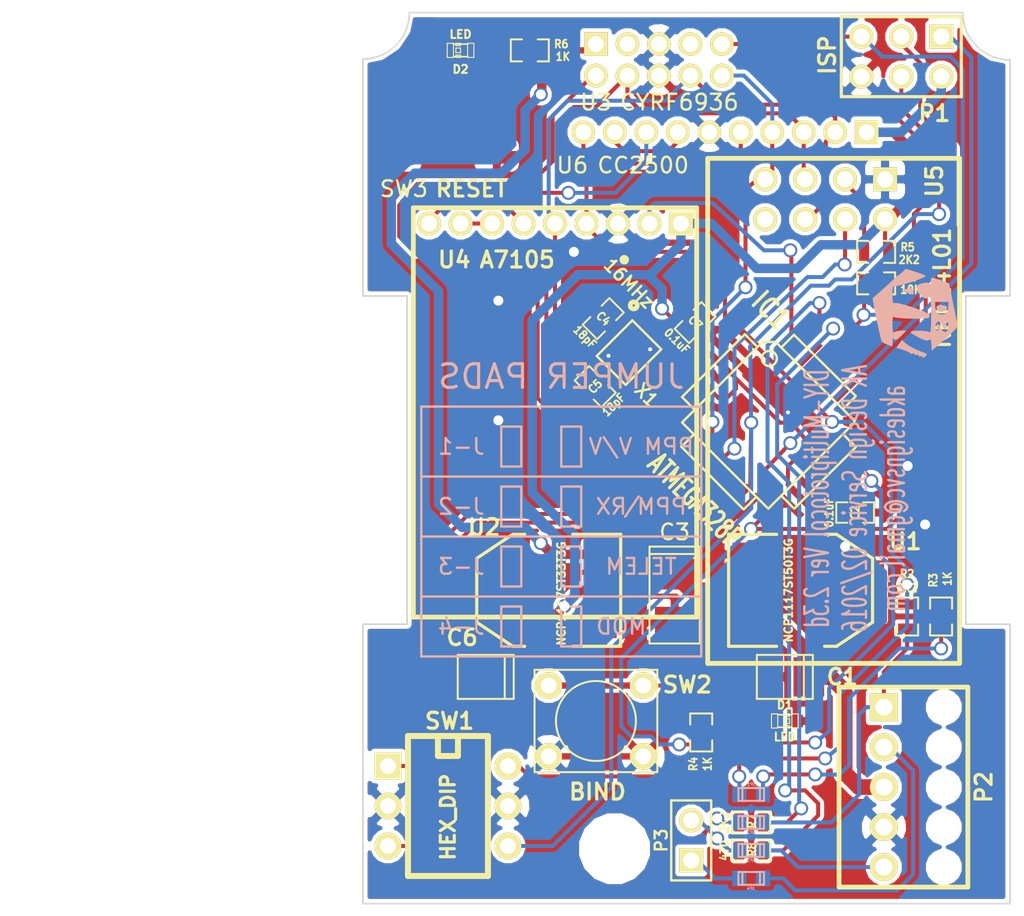
<source format=kicad_pcb>
(kicad_pcb (version 3) (host pcbnew "(2013-07-07 BZR 4022)-stable")
  (layers (15 F.Cu signal) (0 B.Cu signal) (18 B.Paste user) (19 F.Paste user) (20 B.SilkS user) (21 F.SilkS user) (22 B.Mask user) (23 F.Mask user) (28 Edge.Cuts user))
  (net 0 "")
  (net 1 +5V)
  (net 2 /A0)
  (net 3 /A7105_CSN)
  (net 4 /BATT)
  (net 5 /CC25_CSN)
  (net 6 /CC25_LANEN)
  (net 7 /CC25_PAEN)
  (net 8 /CYRF_CSN)
  (net 9 /CYRF_RST)
  (net 10 /D10)
  (net 11 /D11)
  (net 12 /D12)
  (net 13 /D3)
  (net 14 /MISO)
  (net 15 /MOSI)
  (net 16 /NRF_CE)
  (net 17 /NRF_CSN)
  (net 18 /PB5)
  (net 19 /PPM_IN)
  (net 20 /RESET)
  (net 21 /RX)
  (net 22 /SCK)
  (net 23 /TX)
  (net 24 /xtl1)
  (net 25 /xtl2)
  (net 26 3V3)
  (net 27 GND)
  (net 28 N-0000012)
  (net 29 N-0000013)
  (net 30 N-0000019)
  (net 31 N-000002)
  (net 32 N-0000020)
  (net 33 N-0000021)
  (net 34 N-0000022)
  (net 35 N-0000023)
  (net 36 N-0000025)
  (net 37 N-0000034)
  (net 38 N-0000043)
  (module MOLEX_4455_N2X5 (layer F.Cu) (at 178.1 108.5 270)
    (fp_text reference P2 (at 0 -2.54 270) (layer F.SilkS) (effects (font (size 1.016 1.016) (thickness 0.2032))))
    (fp_text value CONN_5 hide)
    (pad 1 thru_hole rect (at -5.08 3.81 270) (size 1.778 1.778) (drill 1.0668) (layers *.Cu *.Mask F.SilkS) (net 19 /PPM_IN))
    (pad 2 thru_hole circle (at -2.54 3.81 270) (size 1.778 1.778) (drill 1.0668) (layers *.Cu *.Mask F.SilkS) (net 36 N-0000025))
    (pad 3 thru_hole circle (at 0 3.81 270) (size 1.778 1.778) (drill 1.0668) (layers *.Cu *.Mask F.SilkS) (net 4 /BATT))
    (pad 4 thru_hole circle (at 2.54 3.81 270) (size 1.778 1.778) (drill 1.0668) (layers *.Cu *.Mask F.SilkS) (net 27 GND))
    (pad 5 thru_hole circle (at 5.08 3.81 270) (size 1.778 1.778) (drill 1.0668) (layers *.Cu *.Mask F.SilkS) (net 32 N-0000020))
    (pad "" np_thru_hole circle (at 0 0 270) (size 1.778 1.778) (drill 1.778) (layers *.Cu *.Mask F.SilkS))
    (pad "" np_thru_hole circle (at 2.54 0 270) (size 1.778 1.778) (drill 1.778) (layers *.Cu *.Mask F.SilkS))
    (pad "" np_thru_hole circle (at 5.08 0 270) (size 1.778 1.778) (drill 1.778) (layers *.Cu *.Mask F.SilkS))
    (pad "" np_thru_hole circle (at -2.54 0 270) (size 1.778 1.778) (drill 1.778) (layers *.Cu *.Mask F.SilkS))
    (pad "" np_thru_hole circle (at -5.08 0 270) (size 1.778 1.778) (drill 1.778) (layers *.Cu *.Mask F.SilkS))
  )
  (module SOT223 (layer F.Cu) (at 169 96 270)
    (fp_text reference U1 (at -3.1 -6.65 360) (layer F.SilkS) (effects (font (size 1.016 1.016) (thickness 0.2032))))
    (fp_text value NCP1117ST50T3G (at 0 0.762 270) (layer F.SilkS) (effects (font (size 0.5 0.5) (thickness 0.125))))
    (pad 4 smd rect (at 0 -3.302 270) (size 3.8 4) (layers F.Cu F.Paste F.Mask))
    (pad 2 smd rect (at 0 3.302 270) (size 1.5 2.032) (layers F.Cu F.Paste F.Mask) (net 1 +5V))
    (pad 3 smd rect (at 2.286 3.302 270) (size 1.5 2.032) (layers F.Cu F.Paste F.Mask) (net 4 /BATT))
    (pad 1 smd rect (at -2.286 3.302 270) (size 1.5 2.032) (layers F.Cu F.Paste F.Mask) (net 27 GND))
  )
  (module DIP-6__300 (layer F.Cu) (at 146.6 109.7 270)
    (fp_text reference SW1 (at -5.4 -0.1 360) (layer F.SilkS) (effects (font (size 1.016 1.016) (thickness 0.2032))))
    (fp_text value HEX_DIP (at 0.7 0 270) (layer F.SilkS) (effects (font (size 0.889 0.889) (thickness 0.2032))))
    (pad 1 thru_hole rect (at -2.54 3.81 270) (size 1.7 1.7) (drill 1) (layers *.Cu *.Mask F.SilkS) (net 10 /D10))
    (pad 2 thru_hole circle (at 0 3.81 270) (size 1.7 1.7) (drill 1) (layers *.Cu *.Mask F.SilkS) (net 27 GND))
    (pad 3 thru_hole circle (at 2.54 3.81 270) (size 1.7 1.7) (drill 1) (layers *.Cu *.Mask F.SilkS) (net 12 /D12))
    (pad 4 thru_hole circle (at 2.54 -3.81 270) (size 1.7 1.7) (drill 1) (layers *.Cu *.Mask F.SilkS) (net 11 /D11))
    (pad 5 thru_hole circle (at 0 -3.81 270) (size 1.7 1.7) (drill 1) (layers *.Cu *.Mask F.SilkS) (net 27 GND))
    (pad 6 thru_hole circle (at -2.54 -3.81 270) (size 1.7 1.7) (drill 1) (layers *.Cu *.Mask F.SilkS) (net 2 /A0))
  )
  (module SOT223 (layer F.Cu) (at 153 96 90)
    (fp_text reference U2 (at 4 -4.1 180) (layer F.SilkS) (effects (font (size 1.016 1.016) (thickness 0.2032))))
    (fp_text value NCP1117ST33T3G (at -0.2 0.8 90) (layer F.SilkS) (effects (font (size 0.5 0.5) (thickness 0.125))))
    (pad 4 smd rect (at 0 -3.302 90) (size 3.8 4) (layers F.Cu F.Paste F.Mask))
    (pad 2 smd rect (at 0 3.302 90) (size 1.5 2.032) (layers F.Cu F.Paste F.Mask) (net 26 3V3))
    (pad 3 smd rect (at 2.286 3.302 90) (size 1.5 2.032) (layers F.Cu F.Paste F.Mask) (net 1 +5V))
    (pad 1 smd rect (at -2.286 3.302 90) (size 1.5 2.032) (layers F.Cu F.Paste F.Mask) (net 27 GND))
  )
  (module XL7105-D03B (layer F.Cu) (at 153.4 77.7 270)
    (fp_text reference U4 (at -2.7 6.4 360) (layer F.SilkS) (effects (font (size 1.016 1.016) (thickness 0.2032))))
    (fp_text value A7105 (at -2.7 2.4 360) (layer F.SilkS) (effects (font (size 1.016 1.016) (thickness 0.2032))))
    (pad 1 thru_hole rect (at -5 -8 270) (size 1.524 1.524) (drill 1.016) (layers *.Cu *.Mask F.SilkS) (net 26 3V3))
    (pad 2 thru_hole circle (at -5 -6 270) (size 1.524 1.524) (drill 1.016) (layers *.Cu *.Mask F.SilkS) (net 3 /A7105_CSN))
    (pad 4 thru_hole circle (at -5 -2 270) (size 1.524 1.524) (drill 1.016) (layers *.Cu *.Mask F.SilkS) (net 22 /SCK))
    (pad 5 thru_hole circle (at -5 0 270) (size 1.524 1.524) (drill 1.016) (layers *.Cu *.Mask F.SilkS) (net 15 /MOSI))
    (pad 6 thru_hole circle (at -5 2 270) (size 1.524 1.524) (drill 1.016) (layers *.Cu *.Mask F.SilkS) (net 29 N-0000013))
    (pad 7 thru_hole circle (at -5 4 270) (size 1.524 1.524) (drill 1.016) (layers *.Cu *.Mask F.SilkS) (net 28 N-0000012))
    (pad 8 thru_hole circle (at -5 6 270) (size 1.524 1.524) (drill 1.016) (layers *.Cu *.Mask F.SilkS) (net 28 N-0000012))
    (pad 9 thru_hole circle (at -5 8 270) (size 1.524 1.524) (drill 1.016) (layers *.Cu *.Mask F.SilkS) (net 29 N-0000013))
    (pad 3 thru_hole circle (at -5 -4 270) (size 1.524 1.524) (drill 1.016) (layers *.Cu *.Mask F.SilkS) (net 27 GND))
  )
  (module TQFP32 (layer F.Cu) (at 167 85.3 315)
    (fp_text reference IC1 (at -4.949747 -5.091169 315) (layer F.SilkS) (effects (font (size 1.27 1.016) (thickness 0.2032))))
    (fp_text value ATMEGA328P (at 0.214253 6.852572 315) (layer F.SilkS) (effects (font (size 1.27 0.8) (thickness 0.2))))
    (pad 8 smd rect (at -4.81584 2.77622 315) (size 1.99898 0.44958) (layers F.Cu F.Paste F.Mask) (net 25 /xtl2))
    (pad 7 smd rect (at -4.81584 1.97612 315) (size 1.99898 0.44958) (layers F.Cu F.Paste F.Mask) (net 24 /xtl1))
    (pad 6 smd rect (at -4.81584 1.17602 315) (size 1.99898 0.44958) (layers F.Cu F.Paste F.Mask) (net 26 3V3))
    (pad 5 smd rect (at -4.81584 0.37592 315) (size 1.99898 0.44958) (layers F.Cu F.Paste F.Mask) (net 27 GND))
    (pad 4 smd rect (at -4.81584 -0.42418 315) (size 1.99898 0.44958) (layers F.Cu F.Paste F.Mask) (net 26 3V3))
    (pad 3 smd rect (at -4.81584 -1.22428 315) (size 1.99898 0.44958) (layers F.Cu F.Paste F.Mask) (net 27 GND))
    (pad 2 smd rect (at -4.81584 -2.02438 315) (size 1.99898 0.44958) (layers F.Cu F.Paste F.Mask) (net 22 /SCK))
    (pad 1 smd rect (at -4.81584 -2.82448 315) (size 1.99898 0.44958) (layers F.Cu F.Paste F.Mask) (net 13 /D3))
    (pad 24 smd rect (at 4.7498 -2.8194 315) (size 1.99898 0.44958) (layers F.Cu F.Paste F.Mask))
    (pad 17 smd rect (at 4.7498 2.794 315) (size 1.99898 0.44958) (layers F.Cu F.Paste F.Mask) (net 18 /PB5))
    (pad 18 smd rect (at 4.7498 1.9812 315) (size 1.99898 0.44958) (layers F.Cu F.Paste F.Mask) (net 26 3V3))
    (pad 19 smd rect (at 4.7498 1.1684 315) (size 1.99898 0.44958) (layers F.Cu F.Paste F.Mask))
    (pad 20 smd rect (at 4.7498 0.381 315) (size 1.99898 0.44958) (layers F.Cu F.Paste F.Mask) (net 38 N-0000043))
    (pad 21 smd rect (at 4.7498 -0.4318 315) (size 1.99898 0.44958) (layers F.Cu F.Paste F.Mask) (net 27 GND))
    (pad 22 smd rect (at 4.7498 -1.2192 315) (size 1.99898 0.44958) (layers F.Cu F.Paste F.Mask))
    (pad 23 smd rect (at 4.7498 -2.032 315) (size 1.99898 0.44958) (layers F.Cu F.Paste F.Mask) (net 2 /A0))
    (pad 32 smd rect (at -2.82448 -4.826 315) (size 0.44958 1.99898) (layers F.Cu F.Paste F.Mask) (net 3 /A7105_CSN))
    (pad 31 smd rect (at -2.02692 -4.826 315) (size 0.44958 1.99898) (layers F.Cu F.Paste F.Mask) (net 23 /TX))
    (pad 30 smd rect (at -1.22428 -4.826 315) (size 0.44958 1.99898) (layers F.Cu F.Paste F.Mask) (net 21 /RX))
    (pad 29 smd rect (at -0.42672 -4.826 315) (size 0.44958 1.99898) (layers F.Cu F.Paste F.Mask) (net 20 /RESET))
    (pad 28 smd rect (at 0.37592 -4.826 315) (size 0.44958 1.99898) (layers F.Cu F.Paste F.Mask) (net 9 /CYRF_RST))
    (pad 27 smd rect (at 1.17348 -4.826 315) (size 0.44958 1.99898) (layers F.Cu F.Paste F.Mask))
    (pad 26 smd rect (at 1.97612 -4.826 315) (size 0.44958 1.99898) (layers F.Cu F.Paste F.Mask))
    (pad 25 smd rect (at 2.77368 -4.826 315) (size 0.44958 1.99898) (layers F.Cu F.Paste F.Mask))
    (pad 9 smd rect (at -2.8194 4.7752 315) (size 0.44958 1.99898) (layers F.Cu F.Paste F.Mask) (net 15 /MOSI))
    (pad 10 smd rect (at -2.032 4.7752 315) (size 0.44958 1.99898) (layers F.Cu F.Paste F.Mask) (net 14 /MISO))
    (pad 11 smd rect (at -1.2192 4.7752 315) (size 0.44958 1.99898) (layers F.Cu F.Paste F.Mask) (net 5 /CC25_CSN))
    (pad 12 smd rect (at -0.4318 4.7752 315) (size 0.44958 1.99898) (layers F.Cu F.Paste F.Mask) (net 17 /NRF_CSN))
    (pad 13 smd rect (at 0.3556 4.7752 315) (size 0.44958 1.99898) (layers F.Cu F.Paste F.Mask) (net 8 /CYRF_CSN))
    (pad 14 smd rect (at 1.1684 4.7752 315) (size 0.44958 1.99898) (layers F.Cu F.Paste F.Mask) (net 10 /D10))
    (pad 15 smd rect (at 1.9812 4.7752 315) (size 0.44958 1.99898) (layers F.Cu F.Paste F.Mask) (net 11 /D11))
    (pad 16 smd rect (at 2.794 4.7752 315) (size 0.44958 1.99898) (layers F.Cu F.Paste F.Mask) (net 12 /D12))
  )
  (module SM0603_Resistor (layer F.Cu) (at 151.8 61.7 180)
    (fp_text reference R6 (at -2 0.4 180) (layer F.SilkS) (effects (font (size 0.50038 0.4572) (thickness 0.1143))))
    (fp_text value 1K (at -2.1 -0.4 180) (layer F.SilkS) (effects (font (size 0.508 0.4572) (thickness 0.1143))))
    (pad 1 smd rect (at -0.762 0 180) (size 0.635 1.143) (layers F.Cu F.Paste F.Mask) (net 1 +5V))
    (pad 2 smd rect (at 0.762 0 180) (size 0.635 1.143) (layers F.Cu F.Paste F.Mask) (net 31 N-000002))
  )
  (module SM0603_Resistor (layer F.Cu) (at 173.8 76.5 180)
    (fp_text reference R1 (at -2.1 0.4 180) (layer F.SilkS) (effects (font (size 0.50038 0.4572) (thickness 0.1143))))
    (fp_text value 10K (at -2.2 -0.4 180) (layer F.SilkS) (effects (font (size 0.508 0.4572) (thickness 0.1143))))
    (pad 1 smd rect (at -0.762 0 180) (size 0.635 1.143) (layers F.Cu F.Paste F.Mask) (net 26 3V3))
    (pad 2 smd rect (at 0.762 0 180) (size 0.635 1.143) (layers F.Cu F.Paste F.Mask) (net 20 /RESET))
  )
  (module SM0603_Resistor (layer F.Cu) (at 162.687 105.029 90)
    (fp_text reference R4 (at -2 -0.5 90) (layer F.SilkS) (effects (font (size 0.50038 0.4572) (thickness 0.1143))))
    (fp_text value 1K (at -2 0.4 90) (layer F.SilkS) (effects (font (size 0.508 0.4572) (thickness 0.1143))))
    (pad 1 smd rect (at -0.762 0 90) (size 0.635 1.143) (layers F.Cu F.Paste F.Mask) (net 18 /PB5))
    (pad 2 smd rect (at 0.762 0 90) (size 0.635 1.143) (layers F.Cu F.Paste F.Mask) (net 37 N-0000034))
  )
  (module SM0603_Resistor (layer F.Cu) (at 177.927 97.663 90)
    (fp_text reference R3 (at 2.3 -0.5 90) (layer F.SilkS) (effects (font (size 0.50038 0.4572) (thickness 0.1143))))
    (fp_text value 1K (at 2.4 0.4 90) (layer F.SilkS) (effects (font (size 0.508 0.4572) (thickness 0.1143))))
    (pad 1 smd rect (at -0.762 0 90) (size 0.635 1.143) (layers F.Cu F.Paste F.Mask) (net 35 N-0000023))
    (pad 2 smd rect (at 0.762 0 90) (size 0.635 1.143) (layers F.Cu F.Paste F.Mask) (net 27 GND))
  )
  (module SM0603_Resistor (layer F.Cu) (at 175.768 97.663 270)
    (fp_text reference R2 (at -2.7 0 360) (layer F.SilkS) (effects (font (size 0.50038 0.4572) (thickness 0.1143))))
    (fp_text value 2K2 (at -1.8 0 360) (layer F.SilkS) (effects (font (size 0.508 0.4572) (thickness 0.1143))))
    (pad 1 smd rect (at -0.762 0 270) (size 0.635 1.143) (layers F.Cu F.Paste F.Mask) (net 13 /D3))
    (pad 2 smd rect (at 0.762 0 270) (size 0.635 1.143) (layers F.Cu F.Paste F.Mask) (net 19 /PPM_IN))
  )
  (module SM0603_Resistor (layer F.Cu) (at 173.8 74.5)
    (fp_text reference R5 (at 2 -0.3) (layer F.SilkS) (effects (font (size 0.50038 0.4572) (thickness 0.1143))))
    (fp_text value 2K2 (at 2.1 0.5) (layer F.SilkS) (effects (font (size 0.508 0.4572) (thickness 0.1143))))
    (pad 1 smd rect (at -0.762 0) (size 0.635 1.143) (layers F.Cu F.Paste F.Mask) (net 16 /NRF_CE))
    (pad 2 smd rect (at 0.762 0) (size 0.635 1.143) (layers F.Cu F.Paste F.Mask) (net 26 3V3))
  )
  (module pin_array_3x2 (layer F.Cu) (at 175.4 62.1 180)
    (fp_text reference P1 (at -2.1 -3.6 180) (layer F.SilkS) (effects (font (size 1.016 1.016) (thickness 0.2032))))
    (fp_text value ISP (at 4.7 0.1 270) (layer F.SilkS) (effects (font (size 1.016 1.016) (thickness 0.2032))))
    (pad 1 thru_hole rect (at -2.54 1.27 180) (size 1.524 1.524) (drill 1.016) (layers *.Cu *.Mask F.SilkS) (net 12 /D12))
    (pad 2 thru_hole circle (at -2.54 -1.27 180) (size 1.524 1.524) (drill 1.016) (layers *.Cu *.Mask F.SilkS) (net 26 3V3))
    (pad 3 thru_hole circle (at 0 1.27 180) (size 1.524 1.524) (drill 1.016) (layers *.Cu *.Mask F.SilkS) (net 18 /PB5))
    (pad 4 thru_hole circle (at 0 -1.27 180) (size 1.524 1.524) (drill 1.016) (layers *.Cu *.Mask F.SilkS) (net 11 /D11))
    (pad 5 thru_hole circle (at 2.54 1.27 180) (size 1.524 1.524) (drill 1.016) (layers *.Cu *.Mask F.SilkS) (net 20 /RESET))
    (pad 6 thru_hole circle (at 2.54 -1.27 180) (size 1.524 1.524) (drill 1.016) (layers *.Cu *.Mask F.SilkS) (net 27 GND))
  )
  (module header_10_2mm (layer F.Cu) (at 164.2 66.9 180)
    (fp_text reference U6 (at 9.7 -2.1 180) (layer F.SilkS))
    (fp_text value CC2500 (at 5.2 -2.1 180) (layer F.SilkS))
    (pad 5 thru_hole circle (at -1 0 180) (size 1.5 1.5) (drill 1) (layers *.Cu *.Mask F.SilkS) (net 6 /CC25_LANEN))
    (pad 4 thru_hole circle (at -3 0 180) (size 1.5 1.5) (drill 1) (layers *.Cu *.Mask F.SilkS) (net 14 /MISO))
    (pad 3 thru_hole circle (at -5 0 180) (size 1.5 1.5) (drill 1) (layers *.Cu *.Mask F.SilkS) (net 22 /SCK))
    (pad 2 thru_hole circle (at -7 0 180) (size 1.5 1.5) (drill 1) (layers *.Cu *.Mask F.SilkS) (net 15 /MOSI))
    (pad 1 thru_hole rect (at -9 0 180) (size 1.5 1.5) (drill 1) (layers *.Cu *.Mask F.SilkS) (net 26 3V3))
    (pad 6 thru_hole circle (at 1 0 180) (size 1.5 1.5) (drill 1) (layers *.Cu *.Mask F.SilkS) (net 27 GND))
    (pad 7 thru_hole circle (at 3 0 180) (size 1.5 1.5) (drill 1) (layers *.Cu *.Mask F.SilkS) (net 7 /CC25_PAEN))
    (pad 8 thru_hole circle (at 5 0 180) (size 1.5 1.5) (drill 1) (layers *.Cu *.Mask F.SilkS) (net 5 /CC25_CSN))
    (pad 9 thru_hole circle (at 7 0 180) (size 1.5 1.5) (drill 1) (layers *.Cu *.Mask F.SilkS) (net 7 /CC25_PAEN))
    (pad 10 thru_hole circle (at 9 0 180) (size 1.5 1.5) (drill 1) (layers *.Cu *.Mask F.SilkS) (net 6 /CC25_LANEN))
  )
  (module crystal_FA238-TSX3225 (layer F.Cu) (at 158.1 80.9 45)
    (fp_text reference X1 (at -1.131371 2.687006 135) (layer F.SilkS) (effects (font (size 0.8 0.8))))
    (fp_text value 16MHz (at 3.11127 -3.11127 135) (layer F.SilkS) (effects (font (size 0.8 0.8))))
    (pad 1 smd rect (at -1.1 0.8 45) (size 1.4 1.2) (layers F.Cu F.Paste F.Mask) (net 25 /xtl2))
    (pad 2 smd rect (at 1.1 0.8 45) (size 1.4 1.2) (layers F.Cu F.Paste F.Mask) (net 27 GND))
    (pad 4 smd rect (at -1.1 -0.8 45) (size 1.4 1.2) (layers F.Cu F.Paste F.Mask) (net 27 GND))
    (pad 3 smd rect (at 1.1 -0.8 45) (size 1.4 1.2) (layers F.Cu F.Paste F.Mask) (net 24 /xtl1))
  )
  (module c_tant_B (layer F.Cu) (at 168 101.5)
    (fp_text reference C1 (at 3.65 0) (layer F.SilkS) (effects (font (thickness 0.2))))
    (fp_text value 22uF hide)
    (pad 1 smd rect (at 1.524 0) (size 1.95072 2.49936) (layers F.Cu F.Paste F.Mask) (net 4 /BATT))
    (pad 2 smd rect (at -1.524 0) (size 1.95072 2.49936) (layers F.Cu F.Paste F.Mask) (net 27 GND))
  )
  (module c_tant_B (layer F.Cu) (at 149 101.5)
    (fp_text reference C6 (at -1.5 -2.5) (layer F.SilkS) (effects (font (thickness 0.2))))
    (fp_text value 22uF hide)
    (pad 1 smd rect (at 1.524 0) (size 1.95072 2.49936) (layers F.Cu F.Paste F.Mask) (net 26 3V3))
    (pad 2 smd rect (at -1.524 0) (size 1.95072 2.49936) (layers F.Cu F.Paste F.Mask) (net 27 GND))
  )
  (module Hole_4mm (layer F.Cu) (at 160.782 77.216)
    (fp_text reference Hole_4mm hide)
    (fp_text value "" (at -0.01 6.4) (layer F.SilkS))
    (pad "" np_thru_hole circle (at -3.6 35.2) (size 4 4) (drill 4) (layers *.Cu *.Mask F.SilkS))
  )
  (module Switch_SMT5mm (layer F.Cu) (at 146.6 66.5)
    (fp_text reference SW3 (at -2.8 4) (layer F.SilkS))
    (fp_text value RESET (at 1.5 4) (layer F.SilkS) (effects (font (thickness 0.2))))
    (pad 1 smd rect (at -3.1 -1.85) (size 1.8 1.1) (layers F.Cu F.Paste F.Mask) (net 20 /RESET))
    (pad 2 smd rect (at 3.1 -1.85) (size 1.8 1.1) (layers F.Cu F.Paste F.Mask) (net 20 /RESET))
    (pad 3 smd rect (at -3.1 1.85) (size 1.8 1.1) (layers F.Cu F.Paste F.Mask) (net 27 GND))
    (pad 4 smd rect (at 3.1 1.85) (size 1.8 1.1) (layers F.Cu F.Paste F.Mask) (net 27 GND))
  )
  (module NRF24L01 (layer F.Cu) (at 170.6 71.1)
    (fp_text reference U5 (at 6.9 -1.1 90) (layer F.SilkS) (effects (font (size 1.016 1.016) (thickness 0.2032))))
    (fp_text value NRF24L01 (at 7.4 5.7 90) (layer F.SilkS) (effects (font (size 1.016 1.016) (thickness 0.2032))))
    (pad 1 thru_hole rect (at 3.76682 -1.20904 180) (size 1.524 1.524) (drill 1.016) (layers *.Cu *.Mask F.SilkS) (net 27 GND))
    (pad 2 thru_hole circle (at 3.76682 1.33096 180) (size 1.524 1.524) (drill 1.016) (layers *.Cu *.Mask F.SilkS) (net 26 3V3))
    (pad 3 thru_hole circle (at 1.22682 -1.20904 180) (size 1.524 1.524) (drill 1.016) (layers *.Cu *.Mask F.SilkS) (net 16 /NRF_CE))
    (pad 4 thru_hole circle (at 1.22682 1.33096 180) (size 1.524 1.524) (drill 1.016) (layers *.Cu *.Mask F.SilkS) (net 17 /NRF_CSN))
    (pad 5 thru_hole circle (at -1.31318 -1.20904 180) (size 1.524 1.524) (drill 1.016) (layers *.Cu *.Mask F.SilkS) (net 22 /SCK))
    (pad 6 thru_hole circle (at -1.31318 1.33096 180) (size 1.524 1.524) (drill 1.016) (layers *.Cu *.Mask F.SilkS) (net 15 /MOSI))
    (pad 7 thru_hole circle (at -3.85318 -1.20904 180) (size 1.524 1.524) (drill 1.016) (layers *.Cu *.Mask F.SilkS) (net 14 /MISO))
    (pad 8 thru_hole circle (at -3.85318 1.33096 180) (size 1.524 1.524) (drill 1.016) (layers *.Cu *.Mask F.SilkS))
  )
  (module CYRF6936 (layer F.Cu) (at 160 62.3)
    (fp_text reference U3 (at -4 2.7) (layer F.SilkS))
    (fp_text value CYRF6936 (at 1.3 2.7) (layer F.SilkS))
    (pad 5 thru_hole circle (at 0 -1) (size 1.5 1.5) (drill 1) (layers *.Cu *.Mask F.SilkS) (net 27 GND))
    (pad 4 thru_hole circle (at -2 1) (size 1.5 1.5) (drill 1) (layers *.Cu *.Mask F.SilkS) (net 22 /SCK))
    (pad 3 thru_hole circle (at -2 -1) (size 1.5 1.5) (drill 1) (layers *.Cu *.Mask F.SilkS))
    (pad 2 thru_hole circle (at -4 1) (size 1.5 1.5) (drill 1) (layers *.Cu *.Mask F.SilkS) (net 8 /CYRF_CSN))
    (pad 1 thru_hole rect (at -4 -1) (size 1.5 1.5) (drill 1) (layers *.Cu *.Mask F.SilkS) (net 1 +5V))
    (pad 6 thru_hole circle (at 0 1) (size 1.5 1.5) (drill 1) (layers *.Cu *.Mask F.SilkS) (net 27 GND))
    (pad 7 thru_hole circle (at 2 -1) (size 1.5 1.5) (drill 1) (layers *.Cu *.Mask F.SilkS))
    (pad 8 thru_hole circle (at 2 1) (size 1.5 1.5) (drill 1) (layers *.Cu *.Mask F.SilkS) (net 15 /MOSI))
    (pad 9 thru_hole circle (at 4 -1) (size 1.5 1.5) (drill 1) (layers *.Cu *.Mask F.SilkS) (net 9 /CYRF_RST))
    (pad 10 thru_hole circle (at 4 1) (size 1.5 1.5) (drill 1) (layers *.Cu *.Mask F.SilkS) (net 14 /MISO))
  )
  (module LED-0603 (layer F.Cu) (at 147.4 61.7 180)
    (fp_text reference D2 (at 0 -1.2 180) (layer F.SilkS) (effects (font (size 0.508 0.508) (thickness 0.127))))
    (fp_text value LED (at 0 1.016 180) (layer F.SilkS) (effects (font (size 0.508 0.508) (thickness 0.127))))
    (pad 1 smd rect (at -0.7493 0 180) (size 0.79756 0.79756) (layers F.Cu F.Paste F.Mask) (net 31 N-000002))
    (pad 2 smd rect (at 0.7493 0 180) (size 0.79756 0.79756) (layers F.Cu F.Paste F.Mask) (net 27 GND))
  )
  (module LED-0603 (layer F.Cu) (at 168 104.3)
    (fp_text reference D1 (at 0 -1.016) (layer F.SilkS) (effects (font (size 0.508 0.508) (thickness 0.127))))
    (fp_text value LED (at 0 1.016) (layer F.SilkS) (effects (font (size 0.508 0.508) (thickness 0.127))))
    (pad 1 smd rect (at -0.7493 0) (size 0.79756 0.79756) (layers F.Cu F.Paste F.Mask) (net 37 N-0000034))
    (pad 2 smd rect (at 0.7493 0) (size 0.79756 0.79756) (layers F.Cu F.Paste F.Mask) (net 27 GND))
  )
  (module LOGO (layer B.Cu) (at 176.276 78.486 90)
    (fp_text reference "" hide)
    (fp_text value "" hide)
  )
  (module SM0603_Resistor (layer F.Cu) (at 165.862 110.744)
    (fp_text reference R7 (at 0.0635 -0.0635 90) (layer F.SilkS) (effects (font (size 0.50038 0.4572) (thickness 0.1143))))
    (fp_text value 2K2 (at -1.69926 0 90) (layer F.SilkS) (effects (font (size 0.508 0.4572) (thickness 0.1143))))
    (pad 1 smd rect (at -0.762 0) (size 0.635 1.143) (layers F.Cu F.Paste F.Mask) (net 34 N-0000022))
    (pad 2 smd rect (at 0.762 0) (size 0.635 1.143) (layers F.Cu F.Paste F.Mask) (net 21 /RX))
  )
  (module SM0603_Capa (layer F.Cu) (at 162.306 78.994 45)
    (fp_text reference C7 (at 0 0 135) (layer F.SilkS) (effects (font (size 0.508 0.4572) (thickness 0.1143))))
    (fp_text value 0.1uF (at -1.651 0 135) (layer F.SilkS) (effects (font (size 0.508 0.4572) (thickness 0.1143))))
    (pad 1 smd rect (at -0.762 0 45) (size 0.635 1.143) (layers F.Cu F.Paste F.Mask) (net 26 3V3))
    (pad 2 smd rect (at 0.762 0 45) (size 0.635 1.143) (layers F.Cu F.Paste F.Mask) (net 27 GND))
  )
  (module SM0603_Capa (layer F.Cu) (at 172.466 91.059)
    (fp_text reference C2 (at 0 0 90) (layer F.SilkS) (effects (font (size 0.508 0.4572) (thickness 0.1143))))
    (fp_text value 0.1uF (at -1.651 0 90) (layer F.SilkS) (effects (font (size 0.508 0.4572) (thickness 0.1143))))
    (pad 1 smd rect (at -0.762 0) (size 0.635 1.143) (layers F.Cu F.Paste F.Mask) (net 38 N-0000043))
    (pad 2 smd rect (at 0.762 0) (size 0.635 1.143) (layers F.Cu F.Paste F.Mask) (net 27 GND))
  )
  (module SM0603_Capa (layer F.Cu) (at 156.464 78.74 45)
    (fp_text reference C4 (at 0 0 135) (layer F.SilkS) (effects (font (size 0.508 0.4572) (thickness 0.1143))))
    (fp_text value 18pF (at -1.651 0 135) (layer F.SilkS) (effects (font (size 0.508 0.4572) (thickness 0.1143))))
    (pad 1 smd rect (at -0.762 0 45) (size 0.635 1.143) (layers F.Cu F.Paste F.Mask) (net 27 GND))
    (pad 2 smd rect (at 0.762 0 45) (size 0.635 1.143) (layers F.Cu F.Paste F.Mask) (net 24 /xtl1))
  )
  (module SM0603_Capa (layer F.Cu) (at 155.956 83.058 135)
    (fp_text reference C5 (at 0 0 225) (layer F.SilkS) (effects (font (size 0.508 0.4572) (thickness 0.1143))))
    (fp_text value 18pF (at -1.651 0 225) (layer F.SilkS) (effects (font (size 0.508 0.4572) (thickness 0.1143))))
    (pad 1 smd rect (at -0.762 0 135) (size 0.635 1.143) (layers F.Cu F.Paste F.Mask) (net 25 /xtl2))
    (pad 2 smd rect (at 0.762 0 135) (size 0.635 1.143) (layers F.Cu F.Paste F.Mask) (net 27 GND))
  )
  (module c_tant_B (layer F.Cu) (at 161 96.5 90)
    (fp_text reference C3 (at 4.2 0 180) (layer F.SilkS))
    (fp_text value 22uF hide)
    (pad 1 smd rect (at 1.524 0 90) (size 1.95072 2.49936) (layers F.Cu F.Paste F.Mask) (net 1 +5V))
    (pad 2 smd rect (at -1.524 0 90) (size 1.95072 2.49936) (layers F.Cu F.Paste F.Mask) (net 27 GND))
  )
  (module SW_PUSH_6x4.5MM (layer F.Cu) (at 156 104.3)
    (fp_text reference SW2 (at 5.8 -2.3) (layer F.SilkS) (effects (font (size 1.016 1.016) (thickness 0.2032))))
    (fp_text value BIND (at 0.1 4.5) (layer F.SilkS) (effects (font (size 1.016 1.016) (thickness 0.2032))))
    (pad 2 thru_hole circle (at 3 -2.25) (size 1.69926 1.69926) (drill 1) (layers *.Cu *.Mask F.SilkS) (net 37 N-0000034))
    (pad 4 thru_hole circle (at 3 2.25) (size 1.69926 1.69926) (drill 1) (layers *.Cu *.Mask F.SilkS) (net 27 GND))
    (pad 1 thru_hole circle (at -3 -2.25) (size 1.69926 1.69926) (drill 1) (layers *.Cu *.Mask F.SilkS) (net 37 N-0000034))
    (pad 3 thru_hole circle (at -3 2.25) (size 1.69926 1.69926) (drill 1) (layers *.Cu *.Mask F.SilkS) (net 27 GND))
  )
  (module SM0603_Resistor (layer F.Cu) (at 165.862 112.522)
    (fp_text reference R8 (at 0.0635 -0.0635 90) (layer F.SilkS) (effects (font (size 0.50038 0.4572) (thickness 0.1143))))
    (fp_text value 470 (at -1.69926 0 90) (layer F.SilkS) (effects (font (size 0.508 0.4572) (thickness 0.1143))))
    (pad 1 smd rect (at -0.762 0) (size 0.635 1.143) (layers F.Cu F.Paste F.Mask) (net 30 N-0000019))
    (pad 2 smd rect (at 0.762 0) (size 0.635 1.143) (layers F.Cu F.Paste F.Mask) (net 23 /TX))
  )
  (module PIN_ARRAY_2X1 (layer F.Cu) (at 162.052 111.887 90)
    (fp_text reference P3 (at 0 -1.905 90) (layer F.SilkS) (effects (font (size 0.762 0.762) (thickness 0.1524))))
    (fp_text value CONN_2 hide)
    (pad 1 thru_hole rect (at -1.27 0 90) (size 1.524 1.524) (drill 1.016) (layers *.Cu *.Mask F.SilkS) (net 33 N-0000021))
    (pad 2 thru_hole circle (at 1.27 0 90) (size 1.524 1.524) (drill 1.016) (layers *.Cu *.Mask F.SilkS) (net 30 N-0000019))
  )
  (module c_0603 (layer B.Cu) (at 165.862 112.522)
    (fp_text reference JP3 (at 0 0.635) (layer B.SilkS) (effects (font (size 0.20066 0.20066) (thickness 0.04064)) (justify mirror)))
    (fp_text value JUMPER hide)
    (pad 1 smd rect (at 0.75184 0) (size 0.89916 1.00076) (layers B.Cu B.Paste B.Mask) (net 32 N-0000020))
    (pad 2 smd rect (at -0.75184 0) (size 0.89916 1.00076) (layers B.Cu B.Paste B.Mask) (net 30 N-0000019))
  )
  (module c_0603 (layer B.Cu) (at 165.862 108.966 180)
    (fp_text reference JP1 (at 0 0.635 180) (layer B.SilkS) (effects (font (size 0.20066 0.20066) (thickness 0.04064)) (justify mirror)))
    (fp_text value JUMPER hide)
    (pad 1 smd rect (at 0.75184 0 180) (size 0.89916 1.00076) (layers B.Cu B.Paste B.Mask) (net 13 /D3))
    (pad 2 smd rect (at -0.75184 0 180) (size 0.89916 1.00076) (layers B.Cu B.Paste B.Mask) (net 35 N-0000023))
  )
  (module c_0603 (layer B.Cu) (at 165.862 110.744)
    (fp_text reference JP2 (at 0 0.635) (layer B.SilkS) (effects (font (size 0.20066 0.20066) (thickness 0.04064)) (justify mirror)))
    (fp_text value JUMPER hide)
    (pad 1 smd rect (at 0.75184 0) (size 0.89916 1.00076) (layers B.Cu B.Paste B.Mask) (net 19 /PPM_IN))
    (pad 2 smd rect (at -0.75184 0) (size 0.89916 1.00076) (layers B.Cu B.Paste B.Mask) (net 34 N-0000022))
  )
  (module c_0603 (layer B.Cu) (at 165.862 114.3)
    (fp_text reference JP4 (at 0 0.635) (layer B.SilkS) (effects (font (size 0.20066 0.20066) (thickness 0.04064)) (justify mirror)))
    (fp_text value JUMPER hide)
    (pad 1 smd rect (at 0.75184 0) (size 0.89916 1.00076) (layers B.Cu B.Paste B.Mask) (net 36 N-0000025))
    (pad 2 smd rect (at -0.75184 0) (size 0.89916 1.00076) (layers B.Cu B.Paste B.Mask) (net 33 N-0000021))
  )
  (module 2_3d_jumper_table (layer B.Cu) (at 153.797 92.583 180)
    (fp_text reference 2_3d_jumper_table hide)
    (fp_text value VAL** hide)
    (fp_text user "JUMPER PADS" (at 0 10.16 180) (layer B.SilkS) (effects (font (size 1.5 1.5) (thickness 0.2)) (justify mirror)))
    (fp_text user MOD (at -3.81 -5.715 180) (layer B.SilkS) (effects (justify mirror)))
    (fp_text user "PPM V/V" (at -5.08 5.715 180) (layer B.SilkS) (effects (justify mirror)))
    (fp_text user TELEM (at -5.08 -1.905 180) (layer B.SilkS) (effects (justify mirror)))
    (fp_text user J-4 (at 6.35 -5.715 180) (layer B.SilkS) (effects (justify mirror)))
    (fp_text user J-3 (at 6.35 -1.905 180) (layer B.SilkS) (effects (justify mirror)))
    (fp_text user J-2 (at 6.35 1.905 180) (layer B.SilkS) (effects (justify mirror)))
    (fp_text user J-1 (at 6.35 5.715 180) (layer B.SilkS) (effects (justify mirror)))
    (fp_text user PPM\RX (at -5.08 1.905 180) (layer B.SilkS) (effects (justify mirror)))
  )
  (gr_circle (center 158.4 77.9) (end 158.6 77.8) (layer F.SilkS) (width 0.3))
  (gr_circle (center 157.8 75) (end 157.8 75) (layer F.SilkS) (width 0.3))
  (gr_text "DIY-Multiprotocol Ver 2.3d\nAK Design Service 02/2016\nakdesignsvc@gmail.com" (at 172.466 90.17 90) (layer B.SilkS) (effects (font (size 1.5 0.8)) (justify mirror)))
  (gr_arc (start 182.3 59.3) (end 182.3 62.3) (angle 90) (layer Edge.Cuts) (width 0.1))
  (gr_arc (start 141.2 59.3) (end 144.15 59.3) (angle 90) (layer Edge.Cuts) (width 0.1))
  (gr_line (start 182.3 62.3) (end 182.3 77.3) (angle 90) (layer Edge.Cuts) (width 0.1))
  (gr_line (start 141.2 98.15) (end 141.2 115.9) (angle 90) (layer Edge.Cuts) (width 0.1))
  (gr_line (start 141.2 98.15) (end 144 98.15) (angle 90) (layer Edge.Cuts) (width 0.1))
  (gr_line (start 144 77.3) (end 144 98.15) (angle 90) (layer Edge.Cuts) (width 0.1))
  (gr_line (start 141.2 77.3) (end 144 77.3) (angle 90) (layer Edge.Cuts) (width 0.1))
  (gr_line (start 141.2 62.3) (end 141.2 77.3) (angle 90) (layer Edge.Cuts) (width 0.1))
  (gr_line (start 144.15 59.3) (end 179.3 59.3) (angle 90) (layer Edge.Cuts) (width 0.1))
  (gr_line (start 179.5 77.3) (end 182.3 77.3) (angle 90) (layer Edge.Cuts) (width 0.1))
  (gr_line (start 179.5 77.3) (end 179.5 98.15) (angle 90) (layer Edge.Cuts) (width 0.1))
  (gr_line (start 179.5 98.15) (end 182.3 98.15) (angle 90) (layer Edge.Cuts) (width 0.1))
  (gr_line (start 182.3 98.15) (end 182.3 115.9) (angle 90) (layer Edge.Cuts) (width 0.1))
  (gr_line (start 141.2 115.9) (end 182.3 115.9) (angle 90) (layer Edge.Cuts) (width 0.1))
  (segment (start 165.698 96) (end 162.024 96) (width 1) (layer F.Cu) (net 1))
  (segment (start 162.024 96) (end 161 94.976) (width 1) (layer F.Cu) (net 1))
  (segment (start 156.302 93.714) (end 159.738 93.714) (width 1) (layer F.Cu) (net 1))
  (segment (start 159.738 93.714) (end 161 94.976) (width 1) (layer F.Cu) (net 1))
  (segment (start 146 90.5) (end 147.5 92) (width 0.6) (layer B.Cu) (net 1))
  (segment (start 150 69.5) (end 151.5 68) (width 0.6) (layer B.Cu) (net 1))
  (segment (start 151.5 68) (end 151.5 65.5) (width 0.6) (layer B.Cu) (net 1))
  (segment (start 151.5 65.5) (end 152.5 64.5) (width 0.6) (layer B.Cu) (net 1))
  (segment (start 156.302 93.714) (end 153.214 93.714) (width 0.6) (layer F.Cu) (net 1))
  (segment (start 152.562 64.438) (end 152.562 61.7) (width 0.6) (layer F.Cu) (net 1))
  (segment (start 152.5 64.5) (end 152.562 64.438) (width 0.6) (layer F.Cu) (net 1))
  (via (at 152.5 64.5) (size 0.889) (layers F.Cu B.Cu) (net 1))
  (segment (start 143 71) (end 144.5 69.5) (width 0.6) (layer B.Cu) (net 1))
  (segment (start 143 74) (end 143 71) (width 0.6) (layer B.Cu) (net 1))
  (segment (start 146 77) (end 143 74) (width 0.6) (layer B.Cu) (net 1))
  (segment (start 146 90.5) (end 146 77) (width 0.6) (layer B.Cu) (net 1))
  (via (at 152.5 93) (size 0.889) (layers F.Cu B.Cu) (net 1))
  (segment (start 153.214 93.714) (end 152.5 93) (width 0.6) (layer F.Cu) (net 1))
  (segment (start 144.5 69.5) (end 150 69.5) (width 0.6) (layer B.Cu) (net 1))
  (segment (start 151.5 92) (end 152.5 93) (width 0.6) (layer B.Cu) (net 1))
  (segment (start 147.5 92) (end 151.5 92) (width 0.6) (layer B.Cu) (net 1))
  (segment (start 152.562 61.7) (end 155.6 61.7) (width 0.4) (layer F.Cu) (net 1))
  (segment (start 155.6 60.9) (end 156 61.3) (width 0.254) (layer F.Cu) (net 1))
  (segment (start 173.5 89.05) (end 173.505 89.05) (width 0.254) (layer B.Cu) (net 2))
  (segment (start 171.795457 87.221775) (end 173.5 88.926318) (width 0.254) (layer F.Cu) (net 2))
  (segment (start 173.5 89.05) (end 173.5 88.926318) (width 0.254) (layer F.Cu) (net 2))
  (via (at 173.5 89.05) (size 0.889) (layers F.Cu B.Cu) (net 2))
  (segment (start 169.935575 105.675425) (end 169.926 105.664) (width 0.254) (layer B.Cu) (net 2))
  (segment (start 169.935575 105.675425) (end 170.815 104.945049) (width 0.254) (layer B.Cu) (net 2))
  (segment (start 170.815 102.235) (end 170.815 104.945049) (width 0.254) (layer B.Cu) (net 2))
  (segment (start 174.879 98.171) (end 170.815 102.235) (width 0.254) (layer B.Cu) (net 2))
  (segment (start 174.879 94.615) (end 174.879 98.171) (width 0.254) (layer B.Cu) (net 2))
  (segment (start 174.117 93.853) (end 174.879 94.615) (width 0.254) (layer B.Cu) (net 2))
  (segment (start 174.117 89.662) (end 174.117 93.853) (width 0.254) (layer B.Cu) (net 2))
  (segment (start 173.505 89.05) (end 174.117 89.662) (width 0.254) (layer B.Cu) (net 2))
  (segment (start 150.41 107.16) (end 151.102 107.16) (width 0.254) (layer F.Cu) (net 2))
  (segment (start 151.102 107.16) (end 151.765 107.823) (width 0.254) (layer F.Cu) (net 2))
  (segment (start 151.765 107.823) (end 160.782 107.823) (width 0.254) (layer F.Cu) (net 2))
  (segment (start 160.782 107.823) (end 161.798 106.807) (width 0.254) (layer F.Cu) (net 2))
  (segment (start 161.798 106.807) (end 163.449 106.807) (width 0.254) (layer F.Cu) (net 2))
  (segment (start 163.449 106.807) (end 164.592 105.664) (width 0.254) (layer F.Cu) (net 2))
  (segment (start 164.592 105.664) (end 169.926 105.664) (width 0.254) (layer F.Cu) (net 2))
  (via (at 169.926 105.664) (size 0.889) (layers F.Cu B.Cu) (net 2))
  (segment (start 169.926 105.664) (end 169.926 105.664) (width 0.254) (layer B.Cu) (net 2))
  (segment (start 150.41 107.16) (end 150.96 107.16) (width 0.254) (layer F.Cu) (net 2))
  (segment (start 171.795457 87.295457) (end 171.795457 87.221775) (width 0.254) (layer F.Cu) (net 2))
  (segment (start 171.795457 87.221775) (end 171.795457 87.295457) (width 0.254) (layer F.Cu) (net 2))
  (segment (start 166.670835 74.4) (end 168.35 74.4) (width 0.254) (layer B.Cu) (net 3))
  (segment (start 159.4 71.7) (end 159.7 71.4) (width 0.254) (layer B.Cu) (net 3))
  (segment (start 159.7 71.4) (end 163.420835 71.4) (width 0.254) (layer B.Cu) (net 3))
  (segment (start 163.420835 71.4) (end 166.670835 74.4) (width 0.254) (layer B.Cu) (net 3))
  (segment (start 159.4 72.7) (end 159.4 71.7) (width 0.254) (layer B.Cu) (net 3))
  (via (at 168.35 74.4) (size 0.889) (layers F.Cu B.Cu) (net 3))
  (segment (start 168.415288 74.515288) (end 168.415288 79.890294) (width 0.254) (layer F.Cu) (net 3))
  (segment (start 174.29 108.5) (end 172.7 108.5) (width 1) (layer F.Cu) (net 4))
  (segment (start 170.9 101.5) (end 169.524 101.5) (width 1) (layer F.Cu) (net 4))
  (segment (start 171.8 102.4) (end 170.9 101.5) (width 1) (layer F.Cu) (net 4))
  (segment (start 171.8 107.6) (end 171.8 102.4) (width 1) (layer F.Cu) (net 4))
  (segment (start 172.7 108.5) (end 171.8 107.6) (width 1) (layer F.Cu) (net 4))
  (segment (start 165.698 98.286) (end 167.786 98.286) (width 1) (layer F.Cu) (net 4))
  (segment (start 169.524 100.024) (end 169.524 101.5) (width 1) (layer F.Cu) (net 4))
  (segment (start 167.786 98.286) (end 169.524 100.024) (width 1) (layer F.Cu) (net 4))
  (segment (start 159.2 66.9) (end 159.2 68.7) (width 0.254) (layer B.Cu) (net 5))
  (segment (start 161.775791 88.8) (end 162.761319 87.814472) (width 0.254) (layer F.Cu) (net 5))
  (segment (start 158.15 88.8) (end 161.775791 88.8) (width 0.254) (layer F.Cu) (net 5))
  (segment (start 152.85 83.5) (end 158.15 88.8) (width 0.254) (layer F.Cu) (net 5))
  (segment (start 152.85 76.15) (end 152.85 83.5) (width 0.254) (layer F.Cu) (net 5))
  (segment (start 150.7 74) (end 152.85 76.15) (width 0.254) (layer F.Cu) (net 5))
  (segment (start 144.75 74) (end 150.7 74) (width 0.254) (layer F.Cu) (net 5))
  (segment (start 144.05 73.3) (end 144.75 74) (width 0.254) (layer F.Cu) (net 5))
  (segment (start 144.05 71.7) (end 144.05 73.3) (width 0.254) (layer F.Cu) (net 5))
  (segment (start 145 70.75) (end 144.05 71.7) (width 0.254) (layer F.Cu) (net 5))
  (segment (start 154.25 70.75) (end 145 70.75) (width 0.254) (layer F.Cu) (net 5))
  (via (at 154.25 70.75) (size 0.889) (layers F.Cu B.Cu) (net 5))
  (segment (start 157.25 70.75) (end 154.25 70.75) (width 0.254) (layer B.Cu) (net 5))
  (segment (start 159.2 68.7) (end 157.25 70.75) (width 0.254) (layer B.Cu) (net 5))
  (segment (start 165.2 66.9) (end 165.2 67.9) (width 0.254) (layer F.Cu) (net 6))
  (segment (start 155.2 67.9) (end 155.2 66.9) (width 0.254) (layer F.Cu) (net 6))
  (segment (start 156.2 68.9) (end 155.2 67.9) (width 0.254) (layer F.Cu) (net 6))
  (segment (start 164.2 68.9) (end 156.2 68.9) (width 0.254) (layer F.Cu) (net 6))
  (segment (start 165.2 67.9) (end 164.2 68.9) (width 0.254) (layer F.Cu) (net 6))
  (segment (start 161.2 66.9) (end 161.2 67.5) (width 0.254) (layer F.Cu) (net 7))
  (segment (start 157.2 67.5) (end 157.2 66.9) (width 0.254) (layer F.Cu) (net 7))
  (segment (start 157.8 68.1) (end 157.2 67.5) (width 0.254) (layer F.Cu) (net 7))
  (segment (start 160.6 68.1) (end 157.8 68.1) (width 0.254) (layer F.Cu) (net 7))
  (segment (start 161.2 67.5) (end 160.6 68.1) (width 0.254) (layer F.Cu) (net 7))
  (segment (start 156 63.3) (end 155.8 63.3) (width 0.254) (layer F.Cu) (net 8))
  (segment (start 162.902894 89.9) (end 163.874871 88.928023) (width 0.254) (layer F.Cu) (net 8))
  (segment (start 158.4 89.9) (end 162.902894 89.9) (width 0.254) (layer F.Cu) (net 8))
  (segment (start 152.3 83.8) (end 158.4 89.9) (width 0.254) (layer F.Cu) (net 8))
  (segment (start 152.3 76.441307) (end 152.3 83.8) (width 0.254) (layer F.Cu) (net 8))
  (segment (start 150.487498 74.55) (end 152.3 76.441307) (width 0.254) (layer F.Cu) (net 8))
  (segment (start 144.503846 74.55) (end 150.487498 74.55) (width 0.254) (layer F.Cu) (net 8))
  (segment (start 143.5 73.506) (end 144.503846 74.55) (width 0.254) (layer F.Cu) (net 8))
  (segment (start 143.5 71.55) (end 143.5 73.506) (width 0.254) (layer F.Cu) (net 8))
  (segment (start 144.639062 70.2) (end 143.5 71.55) (width 0.254) (layer F.Cu) (net 8))
  (segment (start 151.8 70.2) (end 144.639062 70.2) (width 0.254) (layer F.Cu) (net 8))
  (segment (start 153.25 68.75) (end 151.8 70.2) (width 0.254) (layer F.Cu) (net 8))
  (segment (start 153.25 65.85) (end 153.25 68.75) (width 0.254) (layer F.Cu) (net 8))
  (segment (start 155.8 63.3) (end 153.25 65.85) (width 0.254) (layer F.Cu) (net 8))
  (segment (start 164 61.3) (end 167.4 61.3) (width 0.254) (layer F.Cu) (net 9))
  (segment (start 176.2 76.631631) (end 170.678313 82.153318) (width 0.254) (layer F.Cu) (net 9))
  (segment (start 176.2 72.1) (end 176.2 76.631631) (width 0.254) (layer F.Cu) (net 9))
  (segment (start 177.25 71.05) (end 176.2 72.1) (width 0.254) (layer F.Cu) (net 9))
  (segment (start 177.25 68.1) (end 177.25 71.05) (width 0.254) (layer F.Cu) (net 9))
  (segment (start 174.85 65.7) (end 177.25 68.1) (width 0.254) (layer F.Cu) (net 9))
  (segment (start 171.8 65.7) (end 174.85 65.7) (width 0.254) (layer F.Cu) (net 9))
  (segment (start 167.4 61.3) (end 171.8 65.7) (width 0.254) (layer F.Cu) (net 9))
  (segment (start 144.951559 94.145724) (end 144.937197 106.162803) (width 0.254) (layer F.Cu) (net 10))
  (segment (start 144.951559 94.145724) (end 147.920535 91.15) (width 0.254) (layer F.Cu) (net 10))
  (segment (start 147.920535 91.15) (end 162.802367 91.15) (width 0.254) (layer F.Cu) (net 10))
  (segment (start 164.449607 89.50276) (end 162.802367 91.15) (width 0.254) (layer F.Cu) (net 10))
  (segment (start 143.94 107.16) (end 142.79 107.16) (width 0.254) (layer F.Cu) (net 10))
  (segment (start 144.937197 106.162803) (end 143.94 107.16) (width 0.254) (layer F.Cu) (net 10))
  (segment (start 176.5 72.1) (end 176.4 72.1) (width 0.254) (layer B.Cu) (net 11))
  (segment (start 171.2 76.25) (end 170.8 76.65) (width 0.254) (layer B.Cu) (net 11))
  (segment (start 172.25 76.25) (end 171.2 76.25) (width 0.254) (layer B.Cu) (net 11))
  (segment (start 176.4 72.1) (end 172.25 76.25) (width 0.254) (layer B.Cu) (net 11))
  (segment (start 153.26 112.24) (end 156.972 108.528) (width 0.254) (layer B.Cu) (net 11))
  (segment (start 156.972 108.528) (end 156.972 99.695) (width 0.254) (layer B.Cu) (net 11))
  (segment (start 150.41 112.24) (end 153.26 112.24) (width 0.254) (layer B.Cu) (net 11))
  (segment (start 165.862 90.805) (end 165.862 85.344) (width 0.254) (layer B.Cu) (net 11))
  (segment (start 156.972 99.695) (end 165.862 90.805) (width 0.254) (layer B.Cu) (net 11))
  (segment (start 177.8 72.1) (end 176.5 72.1) (width 0.254) (layer B.Cu) (net 11))
  (segment (start 176.5 72.1) (end 176.35 72.1) (width 0.254) (layer B.Cu) (net 11))
  (segment (start 170.8 76.65) (end 169.65 76.65) (width 0.254) (layer B.Cu) (net 11))
  (segment (start 165.8 80.5) (end 165.862 85.344) (width 0.254) (layer B.Cu) (net 11))
  (segment (start 169.65 76.65) (end 165.8 80.5) (width 0.254) (layer B.Cu) (net 11))
  (segment (start 165.862 85.344) (end 165.862 85.344) (width 0.254) (layer B.Cu) (net 11))
  (segment (start 175.4 65.4) (end 177.8 67.8) (width 0.254) (layer F.Cu) (net 11))
  (segment (start 177.8 67.8) (end 177.8 72.1) (width 0.254) (layer F.Cu) (net 11))
  (via (at 177.8 72.1) (size 0.889) (layers F.Cu B.Cu) (net 11))
  (segment (start 175.4 65.4) (end 175.4 63.37) (width 0.254) (layer F.Cu) (net 11))
  (segment (start 165.862 85.344) (end 165.8 89.3) (width 0.254) (layer F.Cu) (net 11))
  (via (at 165.862 85.344) (size 0.889) (layers F.Cu B.Cu) (net 11))
  (segment (start 165.8 89.3) (end 165.024344 90.075656) (width 0.254) (layer F.Cu) (net 11))
  (segment (start 165.024344 90.075656) (end 165.024344 90.077496) (width 0.254) (layer F.Cu) (net 11))
  (segment (start 165.024344 90.075656) (end 165.024344 90.077496) (width 0.254) (layer F.Cu) (net 11))
  (segment (start 177.94 60.83) (end 178.53 60.83) (width 0.254) (layer B.Cu) (net 12))
  (via (at 168.35 86.65) (size 0.889) (layers F.Cu B.Cu) (net 12))
  (segment (start 168.35 86.65) (end 166.6 88.5) (width 0.254) (layer F.Cu) (net 12))
  (segment (start 166.6 88.5) (end 166.6 89.651313) (width 0.254) (layer F.Cu) (net 12))
  (segment (start 166.6 89.651313) (end 165.59908 90.652233) (width 0.254) (layer F.Cu) (net 12))
  (segment (start 168.35 86.65) (end 168.35 86.65) (width 0.254) (layer B.Cu) (net 12))
  (segment (start 179.85 75.248723) (end 168.35 86.65) (width 0.254) (layer B.Cu) (net 12))
  (segment (start 179.85 62.15) (end 179.85 75.248723) (width 0.254) (layer B.Cu) (net 12))
  (segment (start 178.53 60.83) (end 179.85 62.15) (width 0.254) (layer B.Cu) (net 12))
  (segment (start 142.79 112.24) (end 144.36 112.24) (width 0.254) (layer F.Cu) (net 12))
  (segment (start 164.551313 91.7) (end 165.59908 90.652233) (width 0.254) (layer F.Cu) (net 12))
  (segment (start 148.45 91.7) (end 164.551313 91.7) (width 0.254) (layer F.Cu) (net 12))
  (segment (start 145.5 94.65) (end 148.45 91.7) (width 0.254) (layer F.Cu) (net 12))
  (segment (start 145.5 111.1) (end 145.5 94.65) (width 0.254) (layer F.Cu) (net 12))
  (segment (start 144.36 112.24) (end 145.5 111.1) (width 0.254) (layer F.Cu) (net 12))
  (segment (start 165.647767 90.652233) (end 165.59908 90.652233) (width 0.254) (layer F.Cu) (net 12))
  (segment (start 175.768 95.631) (end 175.768 94.615) (width 0.254) (layer B.Cu) (net 13))
  (segment (start 172.93 85.3) (end 174.733 87.103) (width 0.254) (layer B.Cu) (net 13))
  (segment (start 174.733 87.103) (end 174.733 93.58) (width 0.254) (layer B.Cu) (net 13))
  (segment (start 165.597478 79.897478) (end 165.591896 79.897478) (width 0.254) (layer F.Cu) (net 13))
  (segment (start 171 85.3) (end 165.597478 79.897478) (width 0.254) (layer F.Cu) (net 13))
  (via (at 171 85.3) (size 0.889) (layers F.Cu B.Cu) (net 13))
  (segment (start 171 85.3) (end 172.93 85.3) (width 0.254) (layer B.Cu) (net 13))
  (segment (start 175.768 94.615) (end 174.733 93.58) (width 0.254) (layer B.Cu) (net 13))
  (segment (start 165.11016 108.966) (end 165.11016 107.83316) (width 0.254) (layer B.Cu) (net 13))
  (segment (start 175.768 95.631) (end 175.768 96.901) (width 0.254) (layer F.Cu) (net 13))
  (via (at 175.768 95.631) (size 0.889) (layers F.Cu B.Cu) (net 13))
  (segment (start 175.768 98.298) (end 175.768 95.631) (width 0.254) (layer B.Cu) (net 13))
  (segment (start 171.45 102.616) (end 175.768 98.298) (width 0.254) (layer B.Cu) (net 13))
  (segment (start 171.45 105.9688) (end 171.45 102.616) (width 0.254) (layer B.Cu) (net 13))
  (segment (start 170.561 106.68) (end 171.45 105.9688) (width 0.254) (layer B.Cu) (net 13))
  (via (at 170.561 106.68) (size 0.889) (layers F.Cu B.Cu) (net 13))
  (segment (start 165.481 106.68) (end 170.561 106.68) (width 0.254) (layer F.Cu) (net 13))
  (segment (start 165.1 107.061) (end 165.481 106.68) (width 0.254) (layer F.Cu) (net 13))
  (segment (start 165.1 107.823) (end 165.1 107.061) (width 0.254) (layer F.Cu) (net 13))
  (via (at 165.1 107.823) (size 0.889) (layers F.Cu B.Cu) (net 13))
  (segment (start 165.11016 107.83316) (end 165.1 107.823) (width 0.254) (layer B.Cu) (net 13))
  (segment (start 165.5 70.537164) (end 165.5 76.85) (width 0.254) (layer F.Cu) (net 14))
  (segment (start 166.25904 69.89096) (end 165.5 70.537164) (width 0.254) (layer F.Cu) (net 14))
  (via (at 165.5 76.75) (size 0.889) (layers F.Cu B.Cu) (net 14))
  (segment (start 165.5 76.75) (end 163.4 78.85) (width 0.254) (layer B.Cu) (net 14))
  (segment (start 163.4 78.85) (end 163.4 85.3) (width 0.254) (layer B.Cu) (net 14))
  (via (at 163.4 85.3) (size 0.889) (layers F.Cu B.Cu) (net 14))
  (segment (start 163.4 85.3) (end 163.4 86.1) (width 0.254) (layer F.Cu) (net 14))
  (segment (start 163.4 86.1) (end 162.260265 87.239735) (width 0.254) (layer F.Cu) (net 14))
  (segment (start 162.186583 87.239735) (end 162.260265 87.239735) (width 0.254) (layer F.Cu) (net 14))
  (segment (start 166.25904 69.89096) (end 166.74682 69.89096) (width 0.254) (layer F.Cu) (net 14))
  (segment (start 167.2 66.9) (end 167.2 65.1) (width 0.254) (layer B.Cu) (net 14))
  (segment (start 165.4 63.3) (end 164 63.3) (width 0.254) (layer B.Cu) (net 14))
  (segment (start 167.2 65.1) (end 165.4 63.3) (width 0.254) (layer B.Cu) (net 14))
  (segment (start 167.2 66.9) (end 167.2 69.43778) (width 0.254) (layer F.Cu) (net 14))
  (segment (start 167.2 69.43778) (end 166.74682 69.89096) (width 0.254) (layer F.Cu) (net 14))
  (segment (start 153 66.1) (end 154.2 64.9) (width 0.254) (layer B.Cu) (net 15))
  (segment (start 154.2 64.9) (end 160.4 64.9) (width 0.254) (layer B.Cu) (net 15))
  (segment (start 162 63.3) (end 160.4 64.9) (width 0.254) (layer B.Cu) (net 15))
  (segment (start 153 72) (end 153 66.1) (width 0.254) (layer B.Cu) (net 15))
  (segment (start 153 72) (end 153.4 72.7) (width 0.254) (layer B.Cu) (net 15))
  (segment (start 158.001639 87.75) (end 160.5 87.75) (width 0.254) (layer F.Cu) (net 15))
  (segment (start 153.4 83.222582) (end 158.001639 87.75) (width 0.254) (layer F.Cu) (net 15))
  (segment (start 153.4 72.7) (end 153.4 83.222582) (width 0.254) (layer F.Cu) (net 15))
  (segment (start 160.5 87.75) (end 161.629807 86.682959) (width 0.254) (layer F.Cu) (net 15))
  (segment (start 171.2 66.9) (end 171.2 65.95) (width 0.254) (layer F.Cu) (net 15))
  (segment (start 163.85 65.15) (end 162 63.3) (width 0.254) (layer F.Cu) (net 15))
  (segment (start 170.4 65.15) (end 163.85 65.15) (width 0.254) (layer F.Cu) (net 15))
  (segment (start 171.2 65.95) (end 170.4 65.15) (width 0.254) (layer F.Cu) (net 15))
  (segment (start 170.6 67.5) (end 171.2 66.9) (width 0.254) (layer F.Cu) (net 15))
  (segment (start 170.6 71.3) (end 170.6 67.5) (width 0.254) (layer F.Cu) (net 15))
  (segment (start 169.28682 72.43096) (end 169.46904 72.43096) (width 0.254) (layer F.Cu) (net 15))
  (segment (start 169.46904 72.43096) (end 170.6 71.3) (width 0.254) (layer F.Cu) (net 15))
  (segment (start 173.038 71.338) (end 173.038 74.5) (width 0.254) (layer F.Cu) (net 16))
  (segment (start 171.82682 69.89096) (end 171.82682 70.12682) (width 0.254) (layer F.Cu) (net 16))
  (segment (start 171.82682 70.12682) (end 173.038 71.338) (width 0.254) (layer F.Cu) (net 16))
  (segment (start 164.8 87) (end 164.689343 87) (width 0.254) (layer F.Cu) (net 17))
  (via (at 164.8 87) (size 0.889) (layers F.Cu B.Cu) (net 17))
  (segment (start 164.689343 87) (end 163.318095 88.371248) (width 0.254) (layer F.Cu) (net 17))
  (segment (start 171.8 75.3) (end 171.2 75.3) (width 0.254) (layer B.Cu) (net 17))
  (segment (start 163.318095 88.371248) (end 163.318095 88.181905) (width 0.254) (layer F.Cu) (net 17))
  (segment (start 171.82682 75.27318) (end 171.8 75.3) (width 0.254) (layer F.Cu) (net 17))
  (via (at 171.8 75.3) (size 0.889) (layers F.Cu B.Cu) (net 17))
  (segment (start 171.82682 75.27318) (end 171.82682 72.43096) (width 0.254) (layer F.Cu) (net 17))
  (segment (start 164.8 87) (end 164.8 87) (width 0.254) (layer B.Cu) (net 17))
  (segment (start 164.8 80.528229) (end 164.8 87) (width 0.254) (layer B.Cu) (net 17))
  (segment (start 169.439098 76.1) (end 164.8 80.528229) (width 0.254) (layer B.Cu) (net 17))
  (segment (start 170.4 76.1) (end 169.439098 76.1) (width 0.254) (layer B.Cu) (net 17))
  (segment (start 171.2 75.3) (end 170.4 76.1) (width 0.254) (layer B.Cu) (net 17))
  (segment (start 161.29 105.791) (end 160.02 105.791) (width 0.254) (layer B.Cu) (net 18))
  (segment (start 157.607 100.33) (end 165.837 92.1) (width 0.254) (layer B.Cu) (net 18))
  (segment (start 167.315728 90.634272) (end 165.85 92.1) (width 0.254) (layer F.Cu) (net 18))
  (segment (start 165.85 92.1) (end 165.837 92.1) (width 0.254) (layer B.Cu) (net 18))
  (via (at 165.85 92.1) (size 0.889) (layers F.Cu B.Cu) (net 18))
  (segment (start 168.382959 90.634272) (end 167.315728 90.634272) (width 0.254) (layer F.Cu) (net 18))
  (via (at 161.29 105.791) (size 0.889) (layers F.Cu B.Cu) (net 18))
  (segment (start 157.607 104.648) (end 157.607 100.33) (width 0.254) (layer B.Cu) (net 18))
  (segment (start 161.29 105.791) (end 162.687 105.791) (width 0.254) (layer F.Cu) (net 18))
  (segment (start 158.242 105.283) (end 157.607 104.648) (width 0.254) (layer B.Cu) (net 18))
  (segment (start 159.512 105.283) (end 158.242 105.283) (width 0.254) (layer B.Cu) (net 18))
  (segment (start 160.02 105.791) (end 159.512 105.283) (width 0.254) (layer B.Cu) (net 18))
  (segment (start 178.75 67.9) (end 178.75 72.5) (width 0.254) (layer F.Cu) (net 18))
  (segment (start 175.4 61.3) (end 176.6 62.5) (width 0.254) (layer F.Cu) (net 18))
  (segment (start 176.6 62.5) (end 176.6 65.75) (width 0.254) (layer F.Cu) (net 18))
  (segment (start 176.6 65.75) (end 178.75 67.9) (width 0.254) (layer F.Cu) (net 18))
  (segment (start 175.4 60.83) (end 175.4 61.3) (width 0.254) (layer F.Cu) (net 18))
  (segment (start 176.95 74.3) (end 176.95 89.65) (width 0.254) (layer F.Cu) (net 18))
  (segment (start 178.75 72.5) (end 176.95 74.3) (width 0.254) (layer F.Cu) (net 18))
  (segment (start 176.95 89.65) (end 174.5 92.1) (width 0.254) (layer F.Cu) (net 18))
  (segment (start 174.5 92.1) (end 165.898687 92.1) (width 0.254) (layer F.Cu) (net 18))
  (segment (start 175.4 60.83) (end 175.4 60.9) (width 0.254) (layer F.Cu) (net 18))
  (segment (start 174.29 103.42) (end 174.29 101.173) (width 0.254) (layer F.Cu) (net 19))
  (segment (start 175.768 99.695) (end 175.768 98.425) (width 0.254) (layer F.Cu) (net 19))
  (segment (start 174.29 101.173) (end 175.768 99.695) (width 0.254) (layer F.Cu) (net 19))
  (segment (start 166.61384 110.744) (end 170.942 110.744) (width 0.254) (layer B.Cu) (net 19))
  (segment (start 173.186 103.42) (end 174.29 103.42) (width 0.254) (layer B.Cu) (net 19))
  (segment (start 172.72 103.886) (end 173.186 103.42) (width 0.254) (layer B.Cu) (net 19))
  (segment (start 172.72 108.966) (end 172.72 103.886) (width 0.254) (layer B.Cu) (net 19))
  (segment (start 170.942 110.744) (end 172.72 108.966) (width 0.254) (layer B.Cu) (net 19))
  (segment (start 173 78.5) (end 175.7 78.5) (width 0.254) (layer B.Cu) (net 20))
  (segment (start 172.93 60.83) (end 172.86 60.83) (width 0.254) (layer B.Cu) (net 20))
  (via (at 173 78.5) (size 0.889) (layers F.Cu B.Cu) (net 20))
  (segment (start 179.3 62.9) (end 179.3 74.9) (width 0.254) (layer B.Cu) (net 20))
  (segment (start 178.5 62.1) (end 179.3 62.9) (width 0.254) (layer B.Cu) (net 20))
  (segment (start 174.2 62.1) (end 178.5 62.1) (width 0.254) (layer B.Cu) (net 20))
  (segment (start 172.93 60.83) (end 174.2 62.1) (width 0.254) (layer B.Cu) (net 20))
  (segment (start 175.7 78.5) (end 179.3 74.9) (width 0.254) (layer B.Cu) (net 20))
  (segment (start 149.7 64.65) (end 143.5 64.65) (width 0.254) (layer F.Cu) (net 20))
  (segment (start 173 78.5) (end 173.038 78.5) (width 0.254) (layer F.Cu) (net 20))
  (segment (start 173.038 78.5) (end 173 78.5) (width 0.254) (layer F.Cu) (net 20))
  (segment (start 173 78.5) (end 173.038 78.5) (width 0.254) (layer F.Cu) (net 20))
  (segment (start 172.86 60.83) (end 170.93 60.83) (width 0.254) (layer F.Cu) (net 20))
  (segment (start 143.5 62.7) (end 143.5 64.65) (width 0.254) (layer F.Cu) (net 20))
  (segment (start 146.4 59.8) (end 143.5 62.7) (width 0.254) (layer F.Cu) (net 20))
  (segment (start 169.9 59.8) (end 146.4 59.8) (width 0.254) (layer F.Cu) (net 20))
  (segment (start 170.93 60.83) (end 169.9 59.8) (width 0.254) (layer F.Cu) (net 20))
  (segment (start 173.038 76.5) (end 173.038 78.5) (width 0.254) (layer F.Cu) (net 20))
  (segment (start 173.038 78.5) (end 173.038 78.658527) (width 0.254) (layer F.Cu) (net 20))
  (segment (start 173.038 78.658527) (end 170.110761 81.585766) (width 0.254) (layer F.Cu) (net 20))
  (segment (start 166.624 110.744) (end 168.148 110.744) (width 0.254) (layer F.Cu) (net 21))
  (segment (start 169.546801 80.897199) (end 169.546801 81.021806) (width 0.254) (layer F.Cu) (net 21))
  (segment (start 171.069 79.375) (end 169.546801 80.897199) (width 0.254) (layer F.Cu) (net 21))
  (via (at 171.069 79.375) (size 0.889) (layers F.Cu B.Cu) (net 21))
  (segment (start 167.513 82.931) (end 171.069 79.375) (width 0.254) (layer B.Cu) (net 21))
  (segment (start 167.513 87.376) (end 167.513 82.931) (width 0.254) (layer B.Cu) (net 21))
  (segment (start 168.91 88.773) (end 167.513 87.376) (width 0.254) (layer B.Cu) (net 21))
  (segment (start 168.91 109.728) (end 168.91 88.773) (width 0.254) (layer B.Cu) (net 21))
  (segment (start 169.037 109.855) (end 168.91 109.728) (width 0.254) (layer B.Cu) (net 21))
  (via (at 169.037 109.855) (size 0.889) (layers F.Cu B.Cu) (net 21))
  (segment (start 168.148 110.744) (end 169.037 109.855) (width 0.254) (layer F.Cu) (net 21))
  (segment (start 169.2 69.80414) (end 169.28682 69.89096) (width 0.254) (layer F.Cu) (net 22))
  (segment (start 155.4 72.7) (end 155.4 72.9) (width 0.254) (layer F.Cu) (net 22))
  (segment (start 164.2 79.637094) (end 165.02614 80.463234) (width 0.254) (layer F.Cu) (net 22))
  (segment (start 164.2 76.1) (end 164.2 79.637094) (width 0.254) (layer F.Cu) (net 22))
  (segment (start 162.6 74.5) (end 164.2 76.1) (width 0.254) (layer F.Cu) (net 22))
  (segment (start 157 74.5) (end 162.6 74.5) (width 0.254) (layer F.Cu) (net 22))
  (segment (start 155.4 72.9) (end 157 74.5) (width 0.254) (layer F.Cu) (net 22))
  (segment (start 155.4 72.7) (end 155.4 69.3) (width 0.254) (layer F.Cu) (net 22))
  (segment (start 156 65.3) (end 158 63.3) (width 0.254) (layer F.Cu) (net 22))
  (segment (start 154.6 65.3) (end 156 65.3) (width 0.254) (layer F.Cu) (net 22))
  (segment (start 153.8 66.1) (end 154.6 65.3) (width 0.254) (layer F.Cu) (net 22))
  (segment (start 153.8 67.7) (end 153.8 66.1) (width 0.254) (layer F.Cu) (net 22))
  (segment (start 155.4 69.3) (end 153.8 67.7) (width 0.254) (layer F.Cu) (net 22))
  (segment (start 169.2 66.9) (end 169.2 66.7) (width 0.254) (layer F.Cu) (net 22))
  (segment (start 158 64.7) (end 158 63.3) (width 0.254) (layer F.Cu) (net 22))
  (segment (start 159 65.7) (end 158 64.7) (width 0.254) (layer F.Cu) (net 22))
  (segment (start 168.2 65.7) (end 159 65.7) (width 0.254) (layer F.Cu) (net 22))
  (segment (start 169.2 66.7) (end 168.2 65.7) (width 0.254) (layer F.Cu) (net 22))
  (segment (start 169.2 66.9) (end 169.2 69.80414) (width 0.254) (layer F.Cu) (net 22))
  (segment (start 168.021 108.712) (end 169.291 108.712) (width 0.254) (layer F.Cu) (net 23))
  (segment (start 167.894 112.522) (end 170.1165 110.2995) (width 0.254) (layer F.Cu) (net 23))
  (segment (start 168.021 108.712) (end 168.021 108.712) (width 0.254) (layer B.Cu) (net 23))
  (via (at 168.021 108.712) (size 0.889) (layers F.Cu B.Cu) (net 23))
  (segment (start 166.624 112.522) (end 167.894 112.522) (width 0.254) (layer F.Cu) (net 23))
  (segment (start 170.1165 109.5375) (end 170.1165 110.2995) (width 0.254) (layer F.Cu) (net 23))
  (segment (start 169.291 108.712) (end 170.1165 109.5375) (width 0.254) (layer F.Cu) (net 23))
  (segment (start 169.6 77.75) (end 170.2 77.75) (width 0.254) (layer B.Cu) (net 23))
  (segment (start 169.6 77.75) (end 166.9 80.45) (width 0.254) (layer B.Cu) (net 23))
  (segment (start 166.9 80.45) (end 166.9 87.778265) (width 0.254) (layer B.Cu) (net 23))
  (segment (start 168.979248 80.454254) (end 168.995746 80.454254) (width 0.254) (layer F.Cu) (net 23))
  (segment (start 170.2 77.75) (end 170.2 77.75) (width 0.254) (layer B.Cu) (net 23))
  (via (at 170.2 77.75) (size 0.889) (layers F.Cu B.Cu) (net 23))
  (segment (start 170.2 79.25) (end 170.2 77.75) (width 0.254) (layer F.Cu) (net 23))
  (segment (start 168.995746 80.454254) (end 170.2 79.25) (width 0.254) (layer F.Cu) (net 23))
  (segment (start 168.275 89.163078) (end 166.9 87.778265) (width 0.254) (layer B.Cu) (net 23))
  (segment (start 168.275 108.745) (end 168.275 89.163078) (width 0.254) (layer B.Cu) (net 23))
  (segment (start 161.05 82.144656) (end 162.197359 83.292015) (width 0.254) (layer F.Cu) (net 24))
  (segment (start 161.05 80.3) (end 161.05 82.144656) (width 0.254) (layer F.Cu) (net 24))
  (segment (start 159.7 78.95) (end 161.05 80.3) (width 0.254) (layer F.Cu) (net 24))
  (segment (start 158.9 78.95) (end 159.7 78.95) (width 0.254) (layer F.Cu) (net 24))
  (segment (start 157.031631 78.218369) (end 157.031631 78.275996) (width 0.254) (layer F.Cu) (net 24))
  (segment (start 157.031631 78.275996) (end 158.312132 79.556497) (width 0.254) (layer F.Cu) (net 24))
  (segment (start 158.312132 79.556497) (end 158.312132 79.537868) (width 0.254) (layer F.Cu) (net 24))
  (segment (start 158.312132 79.537868) (end 158.9 78.95) (width 0.254) (layer F.Cu) (net 24))
  (segment (start 156.481631 83.631631) (end 156.49974 83.631631) (width 0.254) (layer F.Cu) (net 25))
  (segment (start 156.49974 83.631631) (end 157.887868 82.243503) (width 0.254) (layer F.Cu) (net 25))
  (segment (start 160.017335 82.243503) (end 161.631603 83.857771) (width 0.254) (layer F.Cu) (net 25))
  (segment (start 161.473832 83.7) (end 161.631603 83.857771) (width 0.254) (layer F.Cu) (net 25))
  (segment (start 157.887868 82.243503) (end 160.017335 82.243503) (width 0.254) (layer F.Cu) (net 25))
  (segment (start 161.4 72.7) (end 161.4 74) (width 0.6) (layer B.Cu) (net 26))
  (via (at 154 97) (size 0.889) (layers F.Cu B.Cu) (net 26))
  (segment (start 161.818369 81.781513) (end 162.763115 82.726259) (width 0.254) (layer F.Cu) (net 26))
  (segment (start 161.35 72.7) (end 163.35 72.7) (width 0.6) (layer B.Cu) (net 26))
  (segment (start 172.74778 74.05) (end 174.36682 72.43096) (width 0.6) (layer B.Cu) (net 26))
  (segment (start 170.3 74.05) (end 172.74778 74.05) (width 0.6) (layer B.Cu) (net 26))
  (segment (start 168.8 75.55) (end 170.3 74.05) (width 0.6) (layer B.Cu) (net 26))
  (segment (start 166.2 75.55) (end 168.8 75.55) (width 0.6) (layer B.Cu) (net 26))
  (segment (start 163.35 72.7) (end 166.2 75.55) (width 0.6) (layer B.Cu) (net 26))
  (segment (start 162.763115 82.726259) (end 162.763115 82.763115) (width 0.254) (layer F.Cu) (net 26))
  (segment (start 164.9 83.2) (end 164.9 82.55) (width 0.254) (layer F.Cu) (net 26))
  (segment (start 164.3 83.8) (end 164.9 83.2) (width 0.254) (layer F.Cu) (net 26))
  (segment (start 163.8 83.8) (end 164.3 83.8) (width 0.254) (layer F.Cu) (net 26))
  (segment (start 162.763115 82.763115) (end 163.8 83.8) (width 0.254) (layer F.Cu) (net 26))
  (segment (start 151.024 99.976) (end 151.024 101.5) (width 0.6) (layer F.Cu) (net 26))
  (segment (start 154 97) (end 151.024 99.976) (width 0.6) (layer F.Cu) (net 26))
  (segment (start 151.024 101.5) (end 150.524 102) (width 0.6) (layer F.Cu) (net 26))
  (segment (start 156.302 96) (end 155 96) (width 0.6) (layer F.Cu) (net 26))
  (segment (start 155 96) (end 154 97) (width 0.6) (layer F.Cu) (net 26))
  (segment (start 168.187989 89.3) (end 168.187989 89.30184) (width 0.254) (layer F.Cu) (net 26))
  (segment (start 164.9 82.55) (end 167.7 85.35) (width 0.254) (layer F.Cu) (net 26))
  (segment (start 167.7 85.35) (end 168.425 85.35) (width 0.254) (layer F.Cu) (net 26))
  (segment (start 168.425 85.35) (end 169.24231 86.330773) (width 0.254) (layer F.Cu) (net 26))
  (segment (start 169.24231 86.330773) (end 169.200848 87.182555) (width 0.254) (layer F.Cu) (net 26))
  (segment (start 169.200848 87.182555) (end 168.202429 88.097773) (width 0.254) (layer F.Cu) (net 26))
  (segment (start 168.202429 88.097773) (end 168.187989 89.3) (width 0.254) (layer F.Cu) (net 26))
  (segment (start 168.187989 89.30184) (end 168.957696 90.059536) (width 0.254) (layer F.Cu) (net 26))
  (segment (start 163.894627 81.594746) (end 163.894627 81.544627) (width 0.254) (layer F.Cu) (net 26))
  (segment (start 163.894627 81.544627) (end 164.9 82.55) (width 0.254) (layer F.Cu) (net 26))
  (segment (start 177.94 63.37) (end 177.94 64.36) (width 0.6) (layer B.Cu) (net 26))
  (segment (start 177.94 64.36) (end 175.4 66.9) (width 0.6) (layer B.Cu) (net 26))
  (segment (start 175.4 66.9) (end 173.2 66.9) (width 0.6) (layer B.Cu) (net 26))
  (segment (start 174.562 74.5) (end 174.562 76.5) (width 0.254) (layer F.Cu) (net 26))
  (segment (start 174.36682 72.43096) (end 174.36682 74.30482) (width 0.254) (layer F.Cu) (net 26))
  (segment (start 174.36682 74.30482) (end 174.562 74.5) (width 0.254) (layer F.Cu) (net 26))
  (segment (start 173.2 66.9) (end 174.9 66.9) (width 0.6) (layer F.Cu) (net 26))
  (segment (start 176.45 70.59778) (end 174.61682 72.43096) (width 0.6) (layer F.Cu) (net 26))
  (segment (start 176.45 68.45) (end 176.45 70.59778) (width 0.6) (layer F.Cu) (net 26))
  (segment (start 174.9 66.9) (end 176.45 68.45) (width 0.6) (layer F.Cu) (net 26))
  (segment (start 159.3 75.95) (end 159.45 75.95) (width 0.6) (layer B.Cu) (net 26))
  (segment (start 160.2 76.85) (end 159.3 75.95) (width 0.6) (layer B.Cu) (net 26))
  (segment (start 161.4 74) (end 159.45 75.95) (width 0.6) (layer B.Cu) (net 26))
  (segment (start 151.95 89.8) (end 151.95 78.85) (width 0.6) (layer B.Cu) (net 26))
  (segment (start 159.45 75.95) (end 158.1 75.95) (width 0.6) (layer B.Cu) (net 26))
  (segment (start 154.65 92.5) (end 151.95 89.8) (width 0.6) (layer B.Cu) (net 26))
  (segment (start 154.65 96.35) (end 154 97) (width 0.6) (layer B.Cu) (net 26))
  (segment (start 154.65 96.35) (end 154.65 92.5) (width 0.6) (layer B.Cu) (net 26))
  (segment (start 154.85 75.95) (end 158.1 75.95) (width 0.6) (layer B.Cu) (net 26))
  (segment (start 151.95 78.85) (end 154.85 75.95) (width 0.6) (layer B.Cu) (net 26))
  (segment (start 158.25 76.1) (end 158.1 76.1) (width 0.254) (layer B.Cu) (net 26))
  (segment (start 160.2 78.1) (end 160.2 76.85) (width 0.6) (layer B.Cu) (net 26))
  (via (at 160.2 78.1) (size 0.889) (layers F.Cu B.Cu) (net 26))
  (segment (start 161.681631 79.531631) (end 160.2 78.1) (width 0.254) (layer F.Cu) (net 26))
  (segment (start 161.818369 79.531631) (end 161.681631 79.531631) (width 0.254) (layer F.Cu) (net 26))
  (segment (start 161.818369 79.531631) (end 161.818369 81.781513) (width 0.254) (layer F.Cu) (net 26))
  (segment (start 171.069 92.964) (end 171.577 92.964) (width 0.254) (layer F.Cu) (net 27))
  (via (at 171.831 93.218) (size 0.889) (layers F.Cu B.Cu) (net 27))
  (segment (start 171.577 92.964) (end 171.831 93.218) (width 0.254) (layer F.Cu) (net 27))
  (segment (start 165.698 93.714) (end 169.049 93.714) (width 0.254) (layer F.Cu) (net 27))
  (segment (start 175.8 90.71) (end 175.8 88.1) (width 0.254) (layer B.Cu) (net 27))
  (segment (start 176.911 91.821) (end 175.8 90.71) (width 0.254) (layer B.Cu) (net 27))
  (via (at 176.911 91.821) (size 0.889) (layers F.Cu B.Cu) (net 27))
  (segment (start 175.768 92.964) (end 176.911 91.821) (width 0.254) (layer F.Cu) (net 27))
  (segment (start 169.799 92.964) (end 171.069 92.964) (width 0.254) (layer F.Cu) (net 27))
  (segment (start 171.069 92.964) (end 175.768 92.964) (width 0.254) (layer F.Cu) (net 27))
  (segment (start 169.049 93.714) (end 169.799 92.964) (width 0.254) (layer F.Cu) (net 27))
  (segment (start 156.756497 81.112132) (end 156.787868 81.112132) (width 0.254) (layer F.Cu) (net 27))
  (segment (start 156.8 81.1) (end 156.787868 81.112132) (width 0.254) (layer F.Cu) (net 27))
  (via (at 156.8 81.1) (size 0.381) (drill 0.254) (layers F.Cu B.Cu) (net 27))
  (segment (start 159.031371 81.1) (end 156.8 81.1) (width 0.254) (layer B.Cu) (net 27))
  (segment (start 159.031371 81.1) (end 159.443503 80.687868) (width 0.254) (layer B.Cu) (net 27))
  (segment (start 162.844815 78.455185) (end 162.910185 78.455185) (width 0.254) (layer F.Cu) (net 27))
  (segment (start 163.4 78.945) (end 163.4 80.1) (width 0.254) (layer F.Cu) (net 27))
  (segment (start 162.910185 78.455185) (end 163.4 78.945) (width 0.254) (layer F.Cu) (net 27))
  (segment (start 153 106.55) (end 159 106.55) (width 0.4) (layer F.Cu) (net 27))
  (segment (start 169.75 104.3) (end 168.7493 104.3) (width 0.4) (layer F.Cu) (net 27))
  (segment (start 164.460384 81.02899) (end 164.52899 81.02899) (width 0.254) (layer F.Cu) (net 27))
  (segment (start 168.6 84.3) (end 168.6 84.1) (width 0.254) (layer B.Cu) (net 27))
  (segment (start 168.2 84.7) (end 168.6 84.3) (width 0.254) (layer B.Cu) (net 27))
  (via (at 168.2 84.7) (size 0.381) (drill 0.254) (layers F.Cu B.Cu) (net 27))
  (segment (start 164.52899 81.02899) (end 168.2 84.7) (width 0.254) (layer F.Cu) (net 27))
  (segment (start 154.6 74.5) (end 152.9 74.5) (width 0.254) (layer B.Cu) (net 27))
  (segment (start 157.4 72.9) (end 155.8 74.5) (width 0.4) (layer B.Cu) (net 27))
  (segment (start 155.8 74.5) (end 154.6 74.5) (width 0.4) (layer B.Cu) (net 27))
  (via (at 154.6 74.5) (size 0.889) (layers F.Cu B.Cu) (net 27))
  (segment (start 157.4 72.7) (end 157.4 72.9) (width 0.4) (layer B.Cu) (net 27))
  (segment (start 149.8 85.2) (end 149.8 87.4) (width 0.254) (layer B.Cu) (net 27))
  (via (at 149.8 85.2) (size 0.889) (layers F.Cu B.Cu) (net 27))
  (segment (start 149.8 77.6) (end 149.8 85.2) (width 0.254) (layer F.Cu) (net 27))
  (via (at 149.8 77.6) (size 0.889) (layers F.Cu B.Cu) (net 27))
  (segment (start 152.9 74.5) (end 149.8 77.6) (width 0.254) (layer B.Cu) (net 27))
  (segment (start 170.663944 88.353287) (end 170.853287 88.353287) (width 0.254) (layer F.Cu) (net 27))
  (segment (start 176.2 88.5) (end 176.2 89.3) (width 0.254) (layer B.Cu) (net 27))
  (segment (start 175.8 88.1) (end 176.2 88.5) (width 0.254) (layer B.Cu) (net 27))
  (via (at 175.8 88.1) (size 0.889) (layers F.Cu B.Cu) (net 27))
  (segment (start 175.8 88.5) (end 175.8 88.1) (width 0.254) (layer F.Cu) (net 27))
  (segment (start 174.4 89.9) (end 175.8 88.5) (width 0.254) (layer F.Cu) (net 27))
  (segment (start 172.2 89.9) (end 174.4 89.9) (width 0.254) (layer F.Cu) (net 27))
  (segment (start 170.653287 88.353287) (end 172.2 89.9) (width 0.254) (layer F.Cu) (net 27))
  (segment (start 164.460384 81.02899) (end 164.32899 81.02899) (width 0.254) (layer F.Cu) (net 27))
  (segment (start 164.32899 81.02899) (end 163.4 80.1) (width 0.254) (layer F.Cu) (net 27))
  (segment (start 163.4 80.1) (end 163 80.1) (width 0.254) (layer F.Cu) (net 27))
  (segment (start 162.334185 81.165816) (end 163.328871 82.160502) (width 0.254) (layer F.Cu) (net 27))
  (segment (start 163 80.1) (end 162.4 80.7) (width 0.254) (layer F.Cu) (net 27))
  (segment (start 162.4 80.7) (end 162.334185 81.165816) (width 0.254) (layer F.Cu) (net 27))
  (via (at 159.443503 80.687868) (size 0.381) (drill 0.254) (layers F.Cu B.Cu) (net 27))
  (segment (start 147.4 72.7) (end 149.4 72.7) (width 0.254) (layer F.Cu) (net 28))
  (segment (start 145.4 72.7) (end 145.4 72.5) (width 0.254) (layer F.Cu) (net 29))
  (segment (start 150 71.3) (end 151.4 72.7) (width 0.254) (layer F.Cu) (net 29))
  (segment (start 146.6 71.3) (end 150 71.3) (width 0.254) (layer F.Cu) (net 29))
  (segment (start 145.4 72.5) (end 146.6 71.3) (width 0.254) (layer F.Cu) (net 29))
  (segment (start 165.1 112.522) (end 164.465 112.522) (width 0.254) (layer F.Cu) (net 30))
  (via (at 163.703 111.76) (size 0.889) (layers F.Cu B.Cu) (net 30))
  (segment (start 164.465 112.522) (end 163.703 111.76) (width 0.254) (layer F.Cu) (net 30))
  (segment (start 162.052 110.617) (end 162.56 110.617) (width 0.254) (layer B.Cu) (net 30))
  (segment (start 164.465 112.522) (end 165.11016 112.522) (width 0.254) (layer B.Cu) (net 30))
  (segment (start 162.56 110.617) (end 163.703 111.76) (width 0.254) (layer B.Cu) (net 30))
  (segment (start 163.703 111.76) (end 164.465 112.522) (width 0.254) (layer B.Cu) (net 30))
  (segment (start 148.2 61.7) (end 151.038 61.7) (width 0.254) (layer F.Cu) (net 31))
  (segment (start 174.29 113.58) (end 168.825 113.58) (width 0.254) (layer B.Cu) (net 32))
  (segment (start 167.767 112.522) (end 166.61384 112.522) (width 0.254) (layer B.Cu) (net 32))
  (segment (start 168.825 113.58) (end 167.767 112.522) (width 0.254) (layer B.Cu) (net 32))
  (segment (start 162.052 113.157) (end 162.433 113.157) (width 0.254) (layer B.Cu) (net 33))
  (segment (start 163.576 114.3) (end 165.11016 114.3) (width 0.254) (layer B.Cu) (net 33))
  (segment (start 162.433 113.157) (end 163.576 114.3) (width 0.254) (layer B.Cu) (net 33))
  (segment (start 165.11016 110.744) (end 163.957 110.744) (width 0.254) (layer B.Cu) (net 34))
  (segment (start 163.957 110.744) (end 165.1 110.744) (width 0.254) (layer F.Cu) (net 34))
  (segment (start 163.703 110.49) (end 163.957 110.744) (width 0.254) (layer F.Cu) (net 34))
  (via (at 163.703 110.49) (size 0.889) (layers F.Cu B.Cu) (net 34))
  (segment (start 163.957 110.744) (end 163.703 110.49) (width 0.254) (layer B.Cu) (net 34))
  (segment (start 177.927 99.695) (end 177.927 98.425) (width 0.254) (layer F.Cu) (net 35))
  (segment (start 169.926 107.696) (end 171.449884 107.711382) (width 0.254) (layer B.Cu) (net 35))
  (segment (start 166.61384 107.83316) (end 166.624 107.823) (width 0.254) (layer B.Cu) (net 35))
  (via (at 166.624 107.823) (size 0.889) (layers F.Cu B.Cu) (net 35))
  (segment (start 166.624 107.823) (end 166.751 107.696) (width 0.254) (layer F.Cu) (net 35))
  (segment (start 166.751 107.696) (end 169.926 107.696) (width 0.254) (layer F.Cu) (net 35))
  (via (at 169.926 107.696) (size 0.889) (layers F.Cu B.Cu) (net 35))
  (segment (start 166.61384 108.966) (end 166.61384 107.83316) (width 0.254) (layer B.Cu) (net 35))
  (segment (start 177.927 99.695) (end 177.997 99.765) (width 0.254) (layer F.Cu) (net 35))
  (via (at 177.927 99.695) (size 0.889) (layers F.Cu B.Cu) (net 35))
  (segment (start 175.26 99.695) (end 177.927 99.695) (width 0.254) (layer B.Cu) (net 35))
  (segment (start 172.085 102.87) (end 175.26 99.695) (width 0.254) (layer B.Cu) (net 35))
  (segment (start 172.085 107.092) (end 172.085 102.87) (width 0.254) (layer B.Cu) (net 35))
  (segment (start 171.4655 107.7115) (end 172.085 107.092) (width 0.254) (layer B.Cu) (net 35))
  (segment (start 174.29 105.96) (end 174.667 105.96) (width 0.254) (layer B.Cu) (net 36))
  (segment (start 167.894 114.3) (end 166.61384 114.3) (width 0.254) (layer B.Cu) (net 36))
  (segment (start 168.656 115.062) (end 167.894 114.3) (width 0.254) (layer B.Cu) (net 36))
  (segment (start 175.133 115.062) (end 168.656 115.062) (width 0.254) (layer B.Cu) (net 36))
  (segment (start 176.149 114.046) (end 175.133 115.062) (width 0.254) (layer B.Cu) (net 36))
  (segment (start 176.149 107.442) (end 176.149 114.046) (width 0.254) (layer B.Cu) (net 36))
  (segment (start 174.667 105.96) (end 176.149 107.442) (width 0.254) (layer B.Cu) (net 36))
  (segment (start 162.738 104.3) (end 167.386 104.267) (width 0.254) (layer F.Cu) (net 37))
  (segment (start 162.738 102.938) (end 162.738 104.3) (width 0.254) (layer F.Cu) (net 37))
  (segment (start 161.85 102.05) (end 162.738 102.938) (width 0.254) (layer F.Cu) (net 37))
  (segment (start 153 102.05) (end 159 102.05) (width 0.4) (layer F.Cu) (net 37))
  (segment (start 159 102.05) (end 161.85 102.05) (width 0.254) (layer F.Cu) (net 37))
  (segment (start 171.69816 90.49816) (end 171.69816 91.15) (width 0.254) (layer F.Cu) (net 38))
  (segment (start 170.089208 88.928023) (end 170.128023 88.928023) (width 0.254) (layer F.Cu) (net 38))
  (segment (start 170.128023 88.928023) (end 171.69816 90.49816) (width 0.254) (layer F.Cu) (net 38))
  (zone (net 27) (net_name GND) (layer B.Cu) (connect_pads (clearance 0.25)) (min_thickness 0.254) (fill (arc_segments 16) (thermal_gap 0.508) (thermal_bridge_width 0.508))
    (polygon (pts (xy 183.2 116.7) (xy 140.2 116.7) (xy 140.2 97.5) (xy 143.2 97.5) (xy 143.2 77.9) (xy 140.4 77.8) (xy 140.4 58.7) (xy 183.2 58.5) (xy 183.2 78.1) (xy 180 78.1) (xy 180 97.3) (xy 183.2 97.3)))
  )
  (zone (net 27) (net_name GND) (layer F.Cu) (connect_pads (clearance 0.25)) (min_thickness 0.254) (fill (arc_segments 16) (thermal_gap 0.508) (thermal_bridge_width 0.508))
    (polygon (pts (xy 183.2 116.7) (xy 140.2 116.7) (xy 140.2 97.5) (xy 143.2 97.5) (xy 143.2 77.9) (xy 140.4 77.9) (xy 140.4 58.7) (xy 183.2 58.7) (xy 183.2 78.1) (xy 180 78.1) (xy 180 97.3) (xy 183.2 97.3)))
  )
  (zone (net 0) (net_name "") (layer B.Cu) (connect_pads (clearance 0.25)) (min_thickness 0.254)
    (keepout (tracks allowed) (vias allowed) (copperpour not_allowed))
    (fill (arc_segments 16) (thermal_gap 0.4) (thermal_bridge_width 0.508))
    (polygon (pts (xy 166.37 87.884) (xy 164.719 86.487) (xy 164.719 84.074) (xy 166.878 84.963) (xy 166.878 87.884)))
  )
)
</source>
